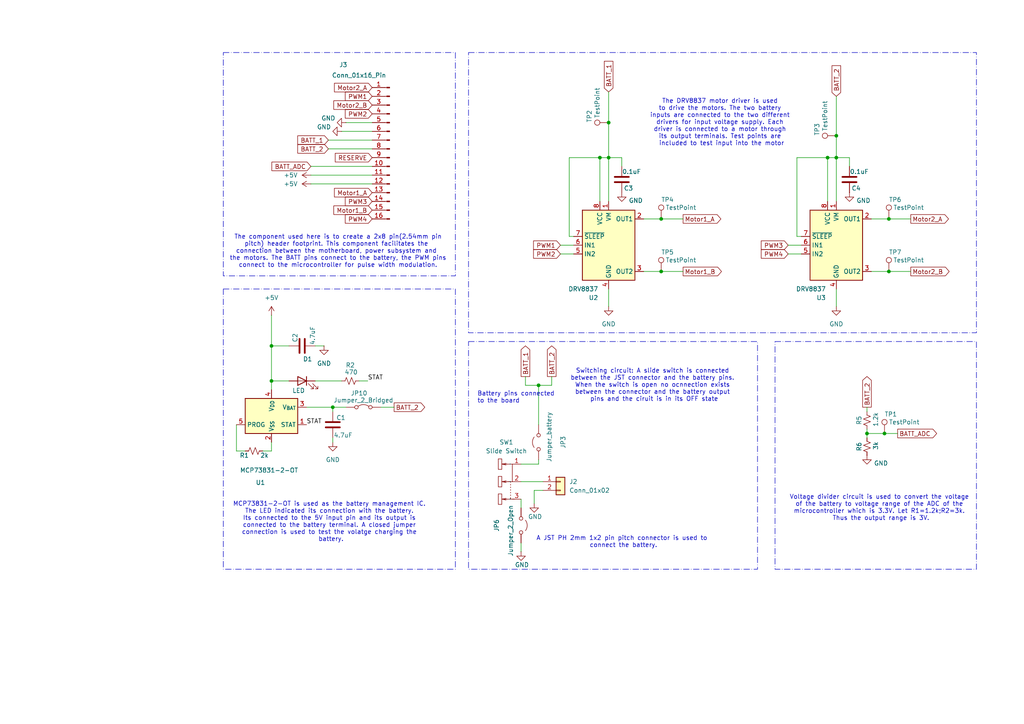
<source format=kicad_sch>
(kicad_sch
	(version 20231120)
	(generator "eeschema")
	(generator_version "8.0")
	(uuid "8cb3537f-8bc9-42a8-99a9-9bc74e173c25")
	(paper "A4")
	(title_block
		(title "Power subsystem Circuit")
		(date "2024-03-17")
		(rev "V1")
		(comment 3 "KSHKAV001")
		(comment 4 "Kavya Kaushik")
	)
	(lib_symbols
		(symbol "Battery_Management:MCP73831-2-OT"
			(exclude_from_sim no)
			(in_bom yes)
			(on_board yes)
			(property "Reference" "U"
				(at -7.62 6.35 0)
				(effects
					(font
						(size 1.27 1.27)
					)
					(justify left)
				)
			)
			(property "Value" "MCP73831-2-OT"
				(at 1.27 6.35 0)
				(effects
					(font
						(size 1.27 1.27)
					)
					(justify left)
				)
			)
			(property "Footprint" "Package_TO_SOT_SMD:SOT-23-5"
				(at 1.27 -6.35 0)
				(effects
					(font
						(size 1.27 1.27)
						(italic yes)
					)
					(justify left)
					(hide yes)
				)
			)
			(property "Datasheet" "http://ww1.microchip.com/downloads/en/DeviceDoc/20001984g.pdf"
				(at 0 -18.288 0)
				(effects
					(font
						(size 1.27 1.27)
					)
					(hide yes)
				)
			)
			(property "Description" "Single cell, Li-Ion/Li-Po charge management controller, 4.20V, Tri-State Status Output, in SOT23-5 package"
				(at 0 0 0)
				(effects
					(font
						(size 1.27 1.27)
					)
					(hide yes)
				)
			)
			(property "ki_keywords" "battery charger lithium"
				(at 0 0 0)
				(effects
					(font
						(size 1.27 1.27)
					)
					(hide yes)
				)
			)
			(property "ki_fp_filters" "SOT?23*"
				(at 0 0 0)
				(effects
					(font
						(size 1.27 1.27)
					)
					(hide yes)
				)
			)
			(symbol "MCP73831-2-OT_0_1"
				(rectangle
					(start -7.62 5.08)
					(end 7.62 -5.08)
					(stroke
						(width 0.254)
						(type default)
					)
					(fill
						(type background)
					)
				)
			)
			(symbol "MCP73831-2-OT_1_1"
				(pin tri_state line
					(at 10.16 -2.54 180)
					(length 2.54)
					(name "STAT"
						(effects
							(font
								(size 1.27 1.27)
							)
						)
					)
					(number "1"
						(effects
							(font
								(size 1.27 1.27)
							)
						)
					)
				)
				(pin power_in line
					(at 0 -7.62 90)
					(length 2.54)
					(name "V_{SS}"
						(effects
							(font
								(size 1.27 1.27)
							)
						)
					)
					(number "2"
						(effects
							(font
								(size 1.27 1.27)
							)
						)
					)
				)
				(pin power_out line
					(at 10.16 2.54 180)
					(length 2.54)
					(name "V_{BAT}"
						(effects
							(font
								(size 1.27 1.27)
							)
						)
					)
					(number "3"
						(effects
							(font
								(size 1.27 1.27)
							)
						)
					)
				)
				(pin power_in line
					(at 0 7.62 270)
					(length 2.54)
					(name "V_{DD}"
						(effects
							(font
								(size 1.27 1.27)
							)
						)
					)
					(number "4"
						(effects
							(font
								(size 1.27 1.27)
							)
						)
					)
				)
				(pin input line
					(at -10.16 -2.54 0)
					(length 2.54)
					(name "PROG"
						(effects
							(font
								(size 1.27 1.27)
							)
						)
					)
					(number "5"
						(effects
							(font
								(size 1.27 1.27)
							)
						)
					)
				)
			)
		)
		(symbol "Connector:Conn_01x16_Pin"
			(pin_names
				(offset 1.016) hide)
			(exclude_from_sim no)
			(in_bom yes)
			(on_board yes)
			(property "Reference" "J"
				(at 0 20.32 0)
				(effects
					(font
						(size 1.27 1.27)
					)
				)
			)
			(property "Value" "Conn_01x16_Pin"
				(at 0 -22.86 0)
				(effects
					(font
						(size 1.27 1.27)
					)
				)
			)
			(property "Footprint" ""
				(at 0 0 0)
				(effects
					(font
						(size 1.27 1.27)
					)
					(hide yes)
				)
			)
			(property "Datasheet" "~"
				(at 0 0 0)
				(effects
					(font
						(size 1.27 1.27)
					)
					(hide yes)
				)
			)
			(property "Description" "Generic connector, single row, 01x16, script generated"
				(at 0 0 0)
				(effects
					(font
						(size 1.27 1.27)
					)
					(hide yes)
				)
			)
			(property "ki_locked" ""
				(at 0 0 0)
				(effects
					(font
						(size 1.27 1.27)
					)
				)
			)
			(property "ki_keywords" "connector"
				(at 0 0 0)
				(effects
					(font
						(size 1.27 1.27)
					)
					(hide yes)
				)
			)
			(property "ki_fp_filters" "Connector*:*_1x??_*"
				(at 0 0 0)
				(effects
					(font
						(size 1.27 1.27)
					)
					(hide yes)
				)
			)
			(symbol "Conn_01x16_Pin_1_1"
				(polyline
					(pts
						(xy 1.27 -20.32) (xy 0.8636 -20.32)
					)
					(stroke
						(width 0.1524)
						(type default)
					)
					(fill
						(type none)
					)
				)
				(polyline
					(pts
						(xy 1.27 -17.78) (xy 0.8636 -17.78)
					)
					(stroke
						(width 0.1524)
						(type default)
					)
					(fill
						(type none)
					)
				)
				(polyline
					(pts
						(xy 1.27 -15.24) (xy 0.8636 -15.24)
					)
					(stroke
						(width 0.1524)
						(type default)
					)
					(fill
						(type none)
					)
				)
				(polyline
					(pts
						(xy 1.27 -12.7) (xy 0.8636 -12.7)
					)
					(stroke
						(width 0.1524)
						(type default)
					)
					(fill
						(type none)
					)
				)
				(polyline
					(pts
						(xy 1.27 -10.16) (xy 0.8636 -10.16)
					)
					(stroke
						(width 0.1524)
						(type default)
					)
					(fill
						(type none)
					)
				)
				(polyline
					(pts
						(xy 1.27 -7.62) (xy 0.8636 -7.62)
					)
					(stroke
						(width 0.1524)
						(type default)
					)
					(fill
						(type none)
					)
				)
				(polyline
					(pts
						(xy 1.27 -5.08) (xy 0.8636 -5.08)
					)
					(stroke
						(width 0.1524)
						(type default)
					)
					(fill
						(type none)
					)
				)
				(polyline
					(pts
						(xy 1.27 -2.54) (xy 0.8636 -2.54)
					)
					(stroke
						(width 0.1524)
						(type default)
					)
					(fill
						(type none)
					)
				)
				(polyline
					(pts
						(xy 1.27 0) (xy 0.8636 0)
					)
					(stroke
						(width 0.1524)
						(type default)
					)
					(fill
						(type none)
					)
				)
				(polyline
					(pts
						(xy 1.27 2.54) (xy 0.8636 2.54)
					)
					(stroke
						(width 0.1524)
						(type default)
					)
					(fill
						(type none)
					)
				)
				(polyline
					(pts
						(xy 1.27 5.08) (xy 0.8636 5.08)
					)
					(stroke
						(width 0.1524)
						(type default)
					)
					(fill
						(type none)
					)
				)
				(polyline
					(pts
						(xy 1.27 7.62) (xy 0.8636 7.62)
					)
					(stroke
						(width 0.1524)
						(type default)
					)
					(fill
						(type none)
					)
				)
				(polyline
					(pts
						(xy 1.27 10.16) (xy 0.8636 10.16)
					)
					(stroke
						(width 0.1524)
						(type default)
					)
					(fill
						(type none)
					)
				)
				(polyline
					(pts
						(xy 1.27 12.7) (xy 0.8636 12.7)
					)
					(stroke
						(width 0.1524)
						(type default)
					)
					(fill
						(type none)
					)
				)
				(polyline
					(pts
						(xy 1.27 15.24) (xy 0.8636 15.24)
					)
					(stroke
						(width 0.1524)
						(type default)
					)
					(fill
						(type none)
					)
				)
				(polyline
					(pts
						(xy 1.27 17.78) (xy 0.8636 17.78)
					)
					(stroke
						(width 0.1524)
						(type default)
					)
					(fill
						(type none)
					)
				)
				(rectangle
					(start 0.8636 -20.193)
					(end 0 -20.447)
					(stroke
						(width 0.1524)
						(type default)
					)
					(fill
						(type outline)
					)
				)
				(rectangle
					(start 0.8636 -17.653)
					(end 0 -17.907)
					(stroke
						(width 0.1524)
						(type default)
					)
					(fill
						(type outline)
					)
				)
				(rectangle
					(start 0.8636 -15.113)
					(end 0 -15.367)
					(stroke
						(width 0.1524)
						(type default)
					)
					(fill
						(type outline)
					)
				)
				(rectangle
					(start 0.8636 -12.573)
					(end 0 -12.827)
					(stroke
						(width 0.1524)
						(type default)
					)
					(fill
						(type outline)
					)
				)
				(rectangle
					(start 0.8636 -10.033)
					(end 0 -10.287)
					(stroke
						(width 0.1524)
						(type default)
					)
					(fill
						(type outline)
					)
				)
				(rectangle
					(start 0.8636 -7.493)
					(end 0 -7.747)
					(stroke
						(width 0.1524)
						(type default)
					)
					(fill
						(type outline)
					)
				)
				(rectangle
					(start 0.8636 -4.953)
					(end 0 -5.207)
					(stroke
						(width 0.1524)
						(type default)
					)
					(fill
						(type outline)
					)
				)
				(rectangle
					(start 0.8636 -2.413)
					(end 0 -2.667)
					(stroke
						(width 0.1524)
						(type default)
					)
					(fill
						(type outline)
					)
				)
				(rectangle
					(start 0.8636 0.127)
					(end 0 -0.127)
					(stroke
						(width 0.1524)
						(type default)
					)
					(fill
						(type outline)
					)
				)
				(rectangle
					(start 0.8636 2.667)
					(end 0 2.413)
					(stroke
						(width 0.1524)
						(type default)
					)
					(fill
						(type outline)
					)
				)
				(rectangle
					(start 0.8636 5.207)
					(end 0 4.953)
					(stroke
						(width 0.1524)
						(type default)
					)
					(fill
						(type outline)
					)
				)
				(rectangle
					(start 0.8636 7.747)
					(end 0 7.493)
					(stroke
						(width 0.1524)
						(type default)
					)
					(fill
						(type outline)
					)
				)
				(rectangle
					(start 0.8636 10.287)
					(end 0 10.033)
					(stroke
						(width 0.1524)
						(type default)
					)
					(fill
						(type outline)
					)
				)
				(rectangle
					(start 0.8636 12.827)
					(end 0 12.573)
					(stroke
						(width 0.1524)
						(type default)
					)
					(fill
						(type outline)
					)
				)
				(rectangle
					(start 0.8636 15.367)
					(end 0 15.113)
					(stroke
						(width 0.1524)
						(type default)
					)
					(fill
						(type outline)
					)
				)
				(rectangle
					(start 0.8636 17.907)
					(end 0 17.653)
					(stroke
						(width 0.1524)
						(type default)
					)
					(fill
						(type outline)
					)
				)
				(pin passive line
					(at 5.08 17.78 180)
					(length 3.81)
					(name "Pin_1"
						(effects
							(font
								(size 1.27 1.27)
							)
						)
					)
					(number "1"
						(effects
							(font
								(size 1.27 1.27)
							)
						)
					)
				)
				(pin passive line
					(at 5.08 -5.08 180)
					(length 3.81)
					(name "Pin_10"
						(effects
							(font
								(size 1.27 1.27)
							)
						)
					)
					(number "10"
						(effects
							(font
								(size 1.27 1.27)
							)
						)
					)
				)
				(pin passive line
					(at 5.08 -7.62 180)
					(length 3.81)
					(name "Pin_11"
						(effects
							(font
								(size 1.27 1.27)
							)
						)
					)
					(number "11"
						(effects
							(font
								(size 1.27 1.27)
							)
						)
					)
				)
				(pin passive line
					(at 5.08 -10.16 180)
					(length 3.81)
					(name "Pin_12"
						(effects
							(font
								(size 1.27 1.27)
							)
						)
					)
					(number "12"
						(effects
							(font
								(size 1.27 1.27)
							)
						)
					)
				)
				(pin passive line
					(at 5.08 -12.7 180)
					(length 3.81)
					(name "Pin_13"
						(effects
							(font
								(size 1.27 1.27)
							)
						)
					)
					(number "13"
						(effects
							(font
								(size 1.27 1.27)
							)
						)
					)
				)
				(pin passive line
					(at 5.08 -15.24 180)
					(length 3.81)
					(name "Pin_14"
						(effects
							(font
								(size 1.27 1.27)
							)
						)
					)
					(number "14"
						(effects
							(font
								(size 1.27 1.27)
							)
						)
					)
				)
				(pin passive line
					(at 5.08 -17.78 180)
					(length 3.81)
					(name "Pin_15"
						(effects
							(font
								(size 1.27 1.27)
							)
						)
					)
					(number "15"
						(effects
							(font
								(size 1.27 1.27)
							)
						)
					)
				)
				(pin passive line
					(at 5.08 -20.32 180)
					(length 3.81)
					(name "Pin_16"
						(effects
							(font
								(size 1.27 1.27)
							)
						)
					)
					(number "16"
						(effects
							(font
								(size 1.27 1.27)
							)
						)
					)
				)
				(pin passive line
					(at 5.08 15.24 180)
					(length 3.81)
					(name "Pin_2"
						(effects
							(font
								(size 1.27 1.27)
							)
						)
					)
					(number "2"
						(effects
							(font
								(size 1.27 1.27)
							)
						)
					)
				)
				(pin passive line
					(at 5.08 12.7 180)
					(length 3.81)
					(name "Pin_3"
						(effects
							(font
								(size 1.27 1.27)
							)
						)
					)
					(number "3"
						(effects
							(font
								(size 1.27 1.27)
							)
						)
					)
				)
				(pin passive line
					(at 5.08 10.16 180)
					(length 3.81)
					(name "Pin_4"
						(effects
							(font
								(size 1.27 1.27)
							)
						)
					)
					(number "4"
						(effects
							(font
								(size 1.27 1.27)
							)
						)
					)
				)
				(pin passive line
					(at 5.08 7.62 180)
					(length 3.81)
					(name "Pin_5"
						(effects
							(font
								(size 1.27 1.27)
							)
						)
					)
					(number "5"
						(effects
							(font
								(size 1.27 1.27)
							)
						)
					)
				)
				(pin passive line
					(at 5.08 5.08 180)
					(length 3.81)
					(name "Pin_6"
						(effects
							(font
								(size 1.27 1.27)
							)
						)
					)
					(number "6"
						(effects
							(font
								(size 1.27 1.27)
							)
						)
					)
				)
				(pin passive line
					(at 5.08 2.54 180)
					(length 3.81)
					(name "Pin_7"
						(effects
							(font
								(size 1.27 1.27)
							)
						)
					)
					(number "7"
						(effects
							(font
								(size 1.27 1.27)
							)
						)
					)
				)
				(pin passive line
					(at 5.08 0 180)
					(length 3.81)
					(name "Pin_8"
						(effects
							(font
								(size 1.27 1.27)
							)
						)
					)
					(number "8"
						(effects
							(font
								(size 1.27 1.27)
							)
						)
					)
				)
				(pin passive line
					(at 5.08 -2.54 180)
					(length 3.81)
					(name "Pin_9"
						(effects
							(font
								(size 1.27 1.27)
							)
						)
					)
					(number "9"
						(effects
							(font
								(size 1.27 1.27)
							)
						)
					)
				)
			)
		)
		(symbol "Connector:TestPoint"
			(pin_numbers hide)
			(pin_names
				(offset 0.762) hide)
			(exclude_from_sim no)
			(in_bom yes)
			(on_board yes)
			(property "Reference" "TP"
				(at 0 6.858 0)
				(effects
					(font
						(size 1.27 1.27)
					)
				)
			)
			(property "Value" "TestPoint"
				(at 0 5.08 0)
				(effects
					(font
						(size 1.27 1.27)
					)
				)
			)
			(property "Footprint" ""
				(at 5.08 0 0)
				(effects
					(font
						(size 1.27 1.27)
					)
					(hide yes)
				)
			)
			(property "Datasheet" "~"
				(at 5.08 0 0)
				(effects
					(font
						(size 1.27 1.27)
					)
					(hide yes)
				)
			)
			(property "Description" "test point"
				(at 0 0 0)
				(effects
					(font
						(size 1.27 1.27)
					)
					(hide yes)
				)
			)
			(property "ki_keywords" "test point tp"
				(at 0 0 0)
				(effects
					(font
						(size 1.27 1.27)
					)
					(hide yes)
				)
			)
			(property "ki_fp_filters" "Pin* Test*"
				(at 0 0 0)
				(effects
					(font
						(size 1.27 1.27)
					)
					(hide yes)
				)
			)
			(symbol "TestPoint_0_1"
				(circle
					(center 0 3.302)
					(radius 0.762)
					(stroke
						(width 0)
						(type default)
					)
					(fill
						(type none)
					)
				)
			)
			(symbol "TestPoint_1_1"
				(pin passive line
					(at 0 0 90)
					(length 2.54)
					(name "1"
						(effects
							(font
								(size 1.27 1.27)
							)
						)
					)
					(number "1"
						(effects
							(font
								(size 1.27 1.27)
							)
						)
					)
				)
			)
		)
		(symbol "Connector_Generic:Conn_01x02"
			(pin_names
				(offset 1.016) hide)
			(exclude_from_sim no)
			(in_bom yes)
			(on_board yes)
			(property "Reference" "J"
				(at 0 2.54 0)
				(effects
					(font
						(size 1.27 1.27)
					)
				)
			)
			(property "Value" "Conn_01x02"
				(at 0 -5.08 0)
				(effects
					(font
						(size 1.27 1.27)
					)
				)
			)
			(property "Footprint" ""
				(at 0 0 0)
				(effects
					(font
						(size 1.27 1.27)
					)
					(hide yes)
				)
			)
			(property "Datasheet" "~"
				(at 0 0 0)
				(effects
					(font
						(size 1.27 1.27)
					)
					(hide yes)
				)
			)
			(property "Description" "Generic connector, single row, 01x02, script generated (kicad-library-utils/schlib/autogen/connector/)"
				(at 0 0 0)
				(effects
					(font
						(size 1.27 1.27)
					)
					(hide yes)
				)
			)
			(property "ki_keywords" "connector"
				(at 0 0 0)
				(effects
					(font
						(size 1.27 1.27)
					)
					(hide yes)
				)
			)
			(property "ki_fp_filters" "Connector*:*_1x??_*"
				(at 0 0 0)
				(effects
					(font
						(size 1.27 1.27)
					)
					(hide yes)
				)
			)
			(symbol "Conn_01x02_1_1"
				(rectangle
					(start -1.27 -2.413)
					(end 0 -2.667)
					(stroke
						(width 0.1524)
						(type default)
					)
					(fill
						(type none)
					)
				)
				(rectangle
					(start -1.27 0.127)
					(end 0 -0.127)
					(stroke
						(width 0.1524)
						(type default)
					)
					(fill
						(type none)
					)
				)
				(rectangle
					(start -1.27 1.27)
					(end 1.27 -3.81)
					(stroke
						(width 0.254)
						(type default)
					)
					(fill
						(type background)
					)
				)
				(pin passive line
					(at -5.08 0 0)
					(length 3.81)
					(name "Pin_1"
						(effects
							(font
								(size 1.27 1.27)
							)
						)
					)
					(number "1"
						(effects
							(font
								(size 1.27 1.27)
							)
						)
					)
				)
				(pin passive line
					(at -5.08 -2.54 0)
					(length 3.81)
					(name "Pin_2"
						(effects
							(font
								(size 1.27 1.27)
							)
						)
					)
					(number "2"
						(effects
							(font
								(size 1.27 1.27)
							)
						)
					)
				)
			)
		)
		(symbol "Device:C"
			(pin_numbers hide)
			(pin_names
				(offset 0.254)
			)
			(exclude_from_sim no)
			(in_bom yes)
			(on_board yes)
			(property "Reference" "C"
				(at 0.635 2.54 0)
				(effects
					(font
						(size 1.27 1.27)
					)
					(justify left)
				)
			)
			(property "Value" "C"
				(at 0.635 -2.54 0)
				(effects
					(font
						(size 1.27 1.27)
					)
					(justify left)
				)
			)
			(property "Footprint" ""
				(at 0.9652 -3.81 0)
				(effects
					(font
						(size 1.27 1.27)
					)
					(hide yes)
				)
			)
			(property "Datasheet" "~"
				(at 0 0 0)
				(effects
					(font
						(size 1.27 1.27)
					)
					(hide yes)
				)
			)
			(property "Description" "Unpolarized capacitor"
				(at 0 0 0)
				(effects
					(font
						(size 1.27 1.27)
					)
					(hide yes)
				)
			)
			(property "ki_keywords" "cap capacitor"
				(at 0 0 0)
				(effects
					(font
						(size 1.27 1.27)
					)
					(hide yes)
				)
			)
			(property "ki_fp_filters" "C_*"
				(at 0 0 0)
				(effects
					(font
						(size 1.27 1.27)
					)
					(hide yes)
				)
			)
			(symbol "C_0_1"
				(polyline
					(pts
						(xy -2.032 -0.762) (xy 2.032 -0.762)
					)
					(stroke
						(width 0.508)
						(type default)
					)
					(fill
						(type none)
					)
				)
				(polyline
					(pts
						(xy -2.032 0.762) (xy 2.032 0.762)
					)
					(stroke
						(width 0.508)
						(type default)
					)
					(fill
						(type none)
					)
				)
			)
			(symbol "C_1_1"
				(pin passive line
					(at 0 3.81 270)
					(length 2.794)
					(name "~"
						(effects
							(font
								(size 1.27 1.27)
							)
						)
					)
					(number "1"
						(effects
							(font
								(size 1.27 1.27)
							)
						)
					)
				)
				(pin passive line
					(at 0 -3.81 90)
					(length 2.794)
					(name "~"
						(effects
							(font
								(size 1.27 1.27)
							)
						)
					)
					(number "2"
						(effects
							(font
								(size 1.27 1.27)
							)
						)
					)
				)
			)
		)
		(symbol "Device:LED"
			(pin_numbers hide)
			(pin_names
				(offset 1.016) hide)
			(exclude_from_sim no)
			(in_bom yes)
			(on_board yes)
			(property "Reference" "D"
				(at 0 2.54 0)
				(effects
					(font
						(size 1.27 1.27)
					)
				)
			)
			(property "Value" "LED"
				(at 0 -2.54 0)
				(effects
					(font
						(size 1.27 1.27)
					)
				)
			)
			(property "Footprint" ""
				(at 0 0 0)
				(effects
					(font
						(size 1.27 1.27)
					)
					(hide yes)
				)
			)
			(property "Datasheet" "~"
				(at 0 0 0)
				(effects
					(font
						(size 1.27 1.27)
					)
					(hide yes)
				)
			)
			(property "Description" "Light emitting diode"
				(at 0 0 0)
				(effects
					(font
						(size 1.27 1.27)
					)
					(hide yes)
				)
			)
			(property "ki_keywords" "LED diode"
				(at 0 0 0)
				(effects
					(font
						(size 1.27 1.27)
					)
					(hide yes)
				)
			)
			(property "ki_fp_filters" "LED* LED_SMD:* LED_THT:*"
				(at 0 0 0)
				(effects
					(font
						(size 1.27 1.27)
					)
					(hide yes)
				)
			)
			(symbol "LED_0_1"
				(polyline
					(pts
						(xy -1.27 -1.27) (xy -1.27 1.27)
					)
					(stroke
						(width 0.254)
						(type default)
					)
					(fill
						(type none)
					)
				)
				(polyline
					(pts
						(xy -1.27 0) (xy 1.27 0)
					)
					(stroke
						(width 0)
						(type default)
					)
					(fill
						(type none)
					)
				)
				(polyline
					(pts
						(xy 1.27 -1.27) (xy 1.27 1.27) (xy -1.27 0) (xy 1.27 -1.27)
					)
					(stroke
						(width 0.254)
						(type default)
					)
					(fill
						(type none)
					)
				)
				(polyline
					(pts
						(xy -3.048 -0.762) (xy -4.572 -2.286) (xy -3.81 -2.286) (xy -4.572 -2.286) (xy -4.572 -1.524)
					)
					(stroke
						(width 0)
						(type default)
					)
					(fill
						(type none)
					)
				)
				(polyline
					(pts
						(xy -1.778 -0.762) (xy -3.302 -2.286) (xy -2.54 -2.286) (xy -3.302 -2.286) (xy -3.302 -1.524)
					)
					(stroke
						(width 0)
						(type default)
					)
					(fill
						(type none)
					)
				)
			)
			(symbol "LED_1_1"
				(pin passive line
					(at -3.81 0 0)
					(length 2.54)
					(name "K"
						(effects
							(font
								(size 1.27 1.27)
							)
						)
					)
					(number "1"
						(effects
							(font
								(size 1.27 1.27)
							)
						)
					)
				)
				(pin passive line
					(at 3.81 0 180)
					(length 2.54)
					(name "A"
						(effects
							(font
								(size 1.27 1.27)
							)
						)
					)
					(number "2"
						(effects
							(font
								(size 1.27 1.27)
							)
						)
					)
				)
			)
		)
		(symbol "Device:R_Small_US"
			(pin_numbers hide)
			(pin_names
				(offset 0.254) hide)
			(exclude_from_sim no)
			(in_bom yes)
			(on_board yes)
			(property "Reference" "R"
				(at 0.762 0.508 0)
				(effects
					(font
						(size 1.27 1.27)
					)
					(justify left)
				)
			)
			(property "Value" "R_Small_US"
				(at 0.762 -1.016 0)
				(effects
					(font
						(size 1.27 1.27)
					)
					(justify left)
				)
			)
			(property "Footprint" ""
				(at 0 0 0)
				(effects
					(font
						(size 1.27 1.27)
					)
					(hide yes)
				)
			)
			(property "Datasheet" "~"
				(at 0 0 0)
				(effects
					(font
						(size 1.27 1.27)
					)
					(hide yes)
				)
			)
			(property "Description" "Resistor, small US symbol"
				(at 0 0 0)
				(effects
					(font
						(size 1.27 1.27)
					)
					(hide yes)
				)
			)
			(property "ki_keywords" "r resistor"
				(at 0 0 0)
				(effects
					(font
						(size 1.27 1.27)
					)
					(hide yes)
				)
			)
			(property "ki_fp_filters" "R_*"
				(at 0 0 0)
				(effects
					(font
						(size 1.27 1.27)
					)
					(hide yes)
				)
			)
			(symbol "R_Small_US_1_1"
				(polyline
					(pts
						(xy 0 0) (xy 1.016 -0.381) (xy 0 -0.762) (xy -1.016 -1.143) (xy 0 -1.524)
					)
					(stroke
						(width 0)
						(type default)
					)
					(fill
						(type none)
					)
				)
				(polyline
					(pts
						(xy 0 1.524) (xy 1.016 1.143) (xy 0 0.762) (xy -1.016 0.381) (xy 0 0)
					)
					(stroke
						(width 0)
						(type default)
					)
					(fill
						(type none)
					)
				)
				(pin passive line
					(at 0 2.54 270)
					(length 1.016)
					(name "~"
						(effects
							(font
								(size 1.27 1.27)
							)
						)
					)
					(number "1"
						(effects
							(font
								(size 1.27 1.27)
							)
						)
					)
				)
				(pin passive line
					(at 0 -2.54 90)
					(length 1.016)
					(name "~"
						(effects
							(font
								(size 1.27 1.27)
							)
						)
					)
					(number "2"
						(effects
							(font
								(size 1.27 1.27)
							)
						)
					)
				)
			)
		)
		(symbol "Driver_Motor:DRV8837"
			(exclude_from_sim no)
			(in_bom yes)
			(on_board yes)
			(property "Reference" "U"
				(at 6.35 11.43 0)
				(effects
					(font
						(size 1.27 1.27)
					)
				)
			)
			(property "Value" "DRV8837"
				(at -10.16 11.43 0)
				(effects
					(font
						(size 1.27 1.27)
					)
				)
			)
			(property "Footprint" "Package_SON:WSON-8-1EP_2x2mm_P0.5mm_EP0.9x1.6mm"
				(at 0 -21.59 0)
				(effects
					(font
						(size 1.27 1.27)
					)
					(hide yes)
				)
			)
			(property "Datasheet" "http://www.ti.com/lit/ds/symlink/drv8837.pdf"
				(at 0 0 0)
				(effects
					(font
						(size 1.27 1.27)
					)
					(hide yes)
				)
			)
			(property "Description" "H-Bridge driver, 1.8A, Low Voltage, PWM input, WSON-8"
				(at 0 0 0)
				(effects
					(font
						(size 1.27 1.27)
					)
					(hide yes)
				)
			)
			(property "ki_keywords" "half bridge driver"
				(at 0 0 0)
				(effects
					(font
						(size 1.27 1.27)
					)
					(hide yes)
				)
			)
			(property "ki_fp_filters" "WSON*1EP*2x2mm*P0.5mm*"
				(at 0 0 0)
				(effects
					(font
						(size 1.27 1.27)
					)
					(hide yes)
				)
			)
			(symbol "DRV8837_0_1"
				(rectangle
					(start -7.62 10.16)
					(end 7.62 -10.16)
					(stroke
						(width 0.254)
						(type default)
					)
					(fill
						(type background)
					)
				)
			)
			(symbol "DRV8837_1_1"
				(pin power_in line
					(at 0 12.7 270)
					(length 2.54)
					(name "VM"
						(effects
							(font
								(size 1.27 1.27)
							)
						)
					)
					(number "1"
						(effects
							(font
								(size 1.27 1.27)
							)
						)
					)
				)
				(pin output line
					(at 10.16 7.62 180)
					(length 2.54)
					(name "OUT1"
						(effects
							(font
								(size 1.27 1.27)
							)
						)
					)
					(number "2"
						(effects
							(font
								(size 1.27 1.27)
							)
						)
					)
				)
				(pin output line
					(at 10.16 -7.62 180)
					(length 2.54)
					(name "OUT2"
						(effects
							(font
								(size 1.27 1.27)
							)
						)
					)
					(number "3"
						(effects
							(font
								(size 1.27 1.27)
							)
						)
					)
				)
				(pin power_in line
					(at 0 -12.7 90)
					(length 2.54)
					(name "GND"
						(effects
							(font
								(size 1.27 1.27)
							)
						)
					)
					(number "4"
						(effects
							(font
								(size 1.27 1.27)
							)
						)
					)
				)
				(pin input line
					(at -10.16 -2.54 0)
					(length 2.54)
					(name "IN2"
						(effects
							(font
								(size 1.27 1.27)
							)
						)
					)
					(number "5"
						(effects
							(font
								(size 1.27 1.27)
							)
						)
					)
				)
				(pin input line
					(at -10.16 0 0)
					(length 2.54)
					(name "IN1"
						(effects
							(font
								(size 1.27 1.27)
							)
						)
					)
					(number "6"
						(effects
							(font
								(size 1.27 1.27)
							)
						)
					)
				)
				(pin input line
					(at -10.16 2.54 0)
					(length 2.54)
					(name "~{SLEEP}"
						(effects
							(font
								(size 1.27 1.27)
							)
						)
					)
					(number "7"
						(effects
							(font
								(size 1.27 1.27)
							)
						)
					)
				)
				(pin power_in line
					(at -2.54 12.7 270)
					(length 2.54)
					(name "VCC"
						(effects
							(font
								(size 1.27 1.27)
							)
						)
					)
					(number "8"
						(effects
							(font
								(size 1.27 1.27)
							)
						)
					)
				)
				(pin passive line
					(at 0 -12.7 90)
					(length 2.54) hide
					(name "GND"
						(effects
							(font
								(size 1.27 1.27)
							)
						)
					)
					(number "9"
						(effects
							(font
								(size 1.27 1.27)
							)
						)
					)
				)
			)
		)
		(symbol "Jumper:Jumper_2_Bridged"
			(pin_numbers hide)
			(pin_names
				(offset 0) hide)
			(exclude_from_sim yes)
			(in_bom yes)
			(on_board yes)
			(property "Reference" "JP"
				(at 0 1.905 0)
				(effects
					(font
						(size 1.27 1.27)
					)
				)
			)
			(property "Value" "Jumper_2_Bridged"
				(at 0 -2.54 0)
				(effects
					(font
						(size 1.27 1.27)
					)
				)
			)
			(property "Footprint" ""
				(at 0 0 0)
				(effects
					(font
						(size 1.27 1.27)
					)
					(hide yes)
				)
			)
			(property "Datasheet" "~"
				(at 0 0 0)
				(effects
					(font
						(size 1.27 1.27)
					)
					(hide yes)
				)
			)
			(property "Description" "Jumper, 2-pole, closed/bridged"
				(at 0 0 0)
				(effects
					(font
						(size 1.27 1.27)
					)
					(hide yes)
				)
			)
			(property "ki_keywords" "Jumper SPST"
				(at 0 0 0)
				(effects
					(font
						(size 1.27 1.27)
					)
					(hide yes)
				)
			)
			(property "ki_fp_filters" "Jumper* TestPoint*2Pads* TestPoint*Bridge*"
				(at 0 0 0)
				(effects
					(font
						(size 1.27 1.27)
					)
					(hide yes)
				)
			)
			(symbol "Jumper_2_Bridged_0_0"
				(circle
					(center -2.032 0)
					(radius 0.508)
					(stroke
						(width 0)
						(type default)
					)
					(fill
						(type none)
					)
				)
				(circle
					(center 2.032 0)
					(radius 0.508)
					(stroke
						(width 0)
						(type default)
					)
					(fill
						(type none)
					)
				)
			)
			(symbol "Jumper_2_Bridged_0_1"
				(arc
					(start 1.524 0.254)
					(mid 0 0.762)
					(end -1.524 0.254)
					(stroke
						(width 0)
						(type default)
					)
					(fill
						(type none)
					)
				)
			)
			(symbol "Jumper_2_Bridged_1_1"
				(pin passive line
					(at -5.08 0 0)
					(length 2.54)
					(name "A"
						(effects
							(font
								(size 1.27 1.27)
							)
						)
					)
					(number "1"
						(effects
							(font
								(size 1.27 1.27)
							)
						)
					)
				)
				(pin passive line
					(at 5.08 0 180)
					(length 2.54)
					(name "B"
						(effects
							(font
								(size 1.27 1.27)
							)
						)
					)
					(number "2"
						(effects
							(font
								(size 1.27 1.27)
							)
						)
					)
				)
			)
		)
		(symbol "Jumper:Jumper_2_Open"
			(pin_numbers hide)
			(pin_names
				(offset 0) hide)
			(exclude_from_sim yes)
			(in_bom yes)
			(on_board yes)
			(property "Reference" "JP"
				(at 0 2.794 0)
				(effects
					(font
						(size 1.27 1.27)
					)
				)
			)
			(property "Value" "Jumper_2_Open"
				(at 0 -2.286 0)
				(effects
					(font
						(size 1.27 1.27)
					)
				)
			)
			(property "Footprint" ""
				(at 0 0 0)
				(effects
					(font
						(size 1.27 1.27)
					)
					(hide yes)
				)
			)
			(property "Datasheet" "~"
				(at 0 0 0)
				(effects
					(font
						(size 1.27 1.27)
					)
					(hide yes)
				)
			)
			(property "Description" "Jumper, 2-pole, open"
				(at 0 0 0)
				(effects
					(font
						(size 1.27 1.27)
					)
					(hide yes)
				)
			)
			(property "ki_keywords" "Jumper SPST"
				(at 0 0 0)
				(effects
					(font
						(size 1.27 1.27)
					)
					(hide yes)
				)
			)
			(property "ki_fp_filters" "Jumper* TestPoint*2Pads* TestPoint*Bridge*"
				(at 0 0 0)
				(effects
					(font
						(size 1.27 1.27)
					)
					(hide yes)
				)
			)
			(symbol "Jumper_2_Open_0_0"
				(circle
					(center -2.032 0)
					(radius 0.508)
					(stroke
						(width 0)
						(type default)
					)
					(fill
						(type none)
					)
				)
				(circle
					(center 2.032 0)
					(radius 0.508)
					(stroke
						(width 0)
						(type default)
					)
					(fill
						(type none)
					)
				)
			)
			(symbol "Jumper_2_Open_0_1"
				(arc
					(start 1.524 1.27)
					(mid 0 1.778)
					(end -1.524 1.27)
					(stroke
						(width 0)
						(type default)
					)
					(fill
						(type none)
					)
				)
			)
			(symbol "Jumper_2_Open_1_1"
				(pin passive line
					(at -5.08 0 0)
					(length 2.54)
					(name "A"
						(effects
							(font
								(size 1.27 1.27)
							)
						)
					)
					(number "1"
						(effects
							(font
								(size 1.27 1.27)
							)
						)
					)
				)
				(pin passive line
					(at 5.08 0 180)
					(length 2.54)
					(name "B"
						(effects
							(font
								(size 1.27 1.27)
							)
						)
					)
					(number "2"
						(effects
							(font
								(size 1.27 1.27)
							)
						)
					)
				)
			)
		)
		(symbol "Switch:SS-12D10L5"
			(exclude_from_sim no)
			(in_bom yes)
			(on_board yes)
			(property "Reference" "SW?"
				(at 0 0 0)
				(effects
					(font
						(size 1.27 1.27)
					)
				)
			)
			(property "Value" ""
				(at 0 0 0)
				(effects
					(font
						(size 1.27 1.27)
					)
				)
			)
			(property "Footprint" "ProLibrary_pcs_2024-03-24 (1):SW-TH_SS-12D10L5"
				(at 0 0 0)
				(effects
					(font
						(size 1.27 1.27)
					)
					(hide yes)
				)
			)
			(property "Datasheet" ""
				(at 0 0 0)
				(effects
					(font
						(size 1.27 1.27)
					)
					(hide yes)
				)
			)
			(property "Description" ""
				(at 0 0 0)
				(effects
					(font
						(size 1.27 1.27)
					)
					(hide yes)
				)
			)
			(symbol "SS-12D10L5_1_0"
				(rectangle
					(start -6.604 -4.064)
					(end -3.556 -3.048)
					(stroke
						(width 0)
						(type default)
					)
					(fill
						(type none)
					)
				)
				(rectangle
					(start -1.524 -4.064)
					(end 1.524 -3.048)
					(stroke
						(width 0)
						(type default)
					)
					(fill
						(type none)
					)
				)
				(polyline
					(pts
						(xy -5.08 -3.048) (xy -5.334 -1.778)
					)
					(stroke
						(width 0)
						(type default)
					)
					(fill
						(type none)
					)
				)
				(polyline
					(pts
						(xy -5.08 -3.048) (xy -4.826 -1.778)
					)
					(stroke
						(width 0)
						(type default)
					)
					(fill
						(type none)
					)
				)
				(polyline
					(pts
						(xy 0 -3.048) (xy -0.254 -1.778)
					)
					(stroke
						(width 0)
						(type default)
					)
					(fill
						(type none)
					)
				)
				(polyline
					(pts
						(xy 0 -3.048) (xy 0.254 -1.778)
					)
					(stroke
						(width 0)
						(type default)
					)
					(fill
						(type none)
					)
				)
				(polyline
					(pts
						(xy 0 0) (xy 0 -1.27)
					)
					(stroke
						(width 0)
						(type default)
					)
					(fill
						(type none)
					)
				)
				(polyline
					(pts
						(xy 0.762 -0.508) (xy 1.016 -0.508)
					)
					(stroke
						(width 0)
						(type default)
					)
					(fill
						(type none)
					)
				)
				(polyline
					(pts
						(xy 1.524 -0.508) (xy 1.778 -0.508)
					)
					(stroke
						(width 0)
						(type default)
					)
					(fill
						(type none)
					)
				)
				(polyline
					(pts
						(xy 2.286 -0.508) (xy 2.54 -0.508)
					)
					(stroke
						(width 0)
						(type default)
					)
					(fill
						(type none)
					)
				)
				(polyline
					(pts
						(xy 3.048 -0.508) (xy 3.302 -0.508)
					)
					(stroke
						(width 0)
						(type default)
					)
					(fill
						(type none)
					)
				)
				(polyline
					(pts
						(xy 3.81 -0.508) (xy 4.064 -0.508)
					)
					(stroke
						(width 0)
						(type default)
					)
					(fill
						(type none)
					)
				)
				(polyline
					(pts
						(xy 4.572 -0.508) (xy 4.826 -0.508)
					)
					(stroke
						(width 0)
						(type default)
					)
					(fill
						(type none)
					)
				)
				(polyline
					(pts
						(xy 5.08 -3.048) (xy 4.826 -1.778)
					)
					(stroke
						(width 0)
						(type default)
					)
					(fill
						(type none)
					)
				)
				(polyline
					(pts
						(xy 5.08 -3.048) (xy 5.334 -1.778)
					)
					(stroke
						(width 0)
						(type default)
					)
					(fill
						(type none)
					)
				)
				(polyline
					(pts
						(xy 5.08 0.635) (xy 5.08 -0.635)
					)
					(stroke
						(width 0)
						(type default)
					)
					(fill
						(type none)
					)
				)
				(polyline
					(pts
						(xy 0 -2.54) (xy 0 -0.508) (xy 0 -0.508) (xy 0.254 -0.508)
					)
					(stroke
						(width 0)
						(type default)
					)
					(fill
						(type none)
					)
				)
				(polyline
					(pts
						(xy 4.826 -0.508) (xy 5.08 -0.508) (xy 5.08 -0.508) (xy 5.08 -2.54)
					)
					(stroke
						(width 0)
						(type default)
					)
					(fill
						(type none)
					)
				)
				(polyline
					(pts
						(xy -5.08 -3.048) (xy -5.08 0) (xy -5.08 0) (xy -2.54 0) (xy -2.54 0) (xy 0 0)
					)
					(stroke
						(width 0)
						(type default)
					)
					(fill
						(type none)
					)
				)
				(rectangle
					(start 3.556 -4.064)
					(end 6.604 -3.048)
					(stroke
						(width 0)
						(type default)
					)
					(fill
						(type none)
					)
				)
				(pin input line
					(at -5.08 2.54 270)
					(length 2.54)
					(name "1"
						(effects
							(font
								(size 0.0254 0.0254)
							)
						)
					)
					(number "1"
						(effects
							(font
								(size 1.27 1.27)
							)
						)
					)
				)
				(pin input line
					(at 0 2.54 270)
					(length 2.54)
					(name "2"
						(effects
							(font
								(size 0.0254 0.0254)
							)
						)
					)
					(number "2"
						(effects
							(font
								(size 1.27 1.27)
							)
						)
					)
				)
				(pin input line
					(at 5.08 2.54 270)
					(length 2.54)
					(name "3"
						(effects
							(font
								(size 0.0254 0.0254)
							)
						)
					)
					(number "3"
						(effects
							(font
								(size 1.27 1.27)
							)
						)
					)
				)
			)
		)
		(symbol "power:+5V"
			(power)
			(pin_numbers hide)
			(pin_names
				(offset 0) hide)
			(exclude_from_sim no)
			(in_bom yes)
			(on_board yes)
			(property "Reference" "#PWR"
				(at 0 -3.81 0)
				(effects
					(font
						(size 1.27 1.27)
					)
					(hide yes)
				)
			)
			(property "Value" "+5V"
				(at 0 3.556 0)
				(effects
					(font
						(size 1.27 1.27)
					)
				)
			)
			(property "Footprint" ""
				(at 0 0 0)
				(effects
					(font
						(size 1.27 1.27)
					)
					(hide yes)
				)
			)
			(property "Datasheet" ""
				(at 0 0 0)
				(effects
					(font
						(size 1.27 1.27)
					)
					(hide yes)
				)
			)
			(property "Description" "Power symbol creates a global label with name \"+5V\""
				(at 0 0 0)
				(effects
					(font
						(size 1.27 1.27)
					)
					(hide yes)
				)
			)
			(property "ki_keywords" "global power"
				(at 0 0 0)
				(effects
					(font
						(size 1.27 1.27)
					)
					(hide yes)
				)
			)
			(symbol "+5V_0_1"
				(polyline
					(pts
						(xy -0.762 1.27) (xy 0 2.54)
					)
					(stroke
						(width 0)
						(type default)
					)
					(fill
						(type none)
					)
				)
				(polyline
					(pts
						(xy 0 0) (xy 0 2.54)
					)
					(stroke
						(width 0)
						(type default)
					)
					(fill
						(type none)
					)
				)
				(polyline
					(pts
						(xy 0 2.54) (xy 0.762 1.27)
					)
					(stroke
						(width 0)
						(type default)
					)
					(fill
						(type none)
					)
				)
			)
			(symbol "+5V_1_1"
				(pin power_in line
					(at 0 0 90)
					(length 0)
					(name "~"
						(effects
							(font
								(size 1.27 1.27)
							)
						)
					)
					(number "1"
						(effects
							(font
								(size 1.27 1.27)
							)
						)
					)
				)
			)
		)
		(symbol "power:GND"
			(power)
			(pin_numbers hide)
			(pin_names
				(offset 0) hide)
			(exclude_from_sim no)
			(in_bom yes)
			(on_board yes)
			(property "Reference" "#PWR"
				(at 0 -6.35 0)
				(effects
					(font
						(size 1.27 1.27)
					)
					(hide yes)
				)
			)
			(property "Value" "GND"
				(at 0 -3.81 0)
				(effects
					(font
						(size 1.27 1.27)
					)
				)
			)
			(property "Footprint" ""
				(at 0 0 0)
				(effects
					(font
						(size 1.27 1.27)
					)
					(hide yes)
				)
			)
			(property "Datasheet" ""
				(at 0 0 0)
				(effects
					(font
						(size 1.27 1.27)
					)
					(hide yes)
				)
			)
			(property "Description" "Power symbol creates a global label with name \"GND\" , ground"
				(at 0 0 0)
				(effects
					(font
						(size 1.27 1.27)
					)
					(hide yes)
				)
			)
			(property "ki_keywords" "global power"
				(at 0 0 0)
				(effects
					(font
						(size 1.27 1.27)
					)
					(hide yes)
				)
			)
			(symbol "GND_0_1"
				(polyline
					(pts
						(xy 0 0) (xy 0 -1.27) (xy 1.27 -1.27) (xy 0 -2.54) (xy -1.27 -1.27) (xy 0 -1.27)
					)
					(stroke
						(width 0)
						(type default)
					)
					(fill
						(type none)
					)
				)
			)
			(symbol "GND_1_1"
				(pin power_in line
					(at 0 0 270)
					(length 0)
					(name "~"
						(effects
							(font
								(size 1.27 1.27)
							)
						)
					)
					(number "1"
						(effects
							(font
								(size 1.27 1.27)
							)
						)
					)
				)
			)
		)
	)
	(junction
		(at 191.77 78.74)
		(diameter 0)
		(color 0 0 0 0)
		(uuid "11860a93-e683-41f2-b4ff-09e80f1db567")
	)
	(junction
		(at 78.74 100.33)
		(diameter 0)
		(color 0 0 0 0)
		(uuid "1304563a-74b1-47c9-8e5f-88566b8f7dcc")
	)
	(junction
		(at 96.52 118.11)
		(diameter 0)
		(color 0 0 0 0)
		(uuid "2d6d3101-3061-43a2-a9b7-3dfa0d9e8260")
	)
	(junction
		(at 176.53 45.72)
		(diameter 0)
		(color 0 0 0 0)
		(uuid "2edecf7e-8605-4cf9-9844-21abe8fc36a6")
	)
	(junction
		(at 191.77 63.5)
		(diameter 0)
		(color 0 0 0 0)
		(uuid "45bd57dd-ff3e-4f35-a04a-36ea8c545f05")
	)
	(junction
		(at 156.21 111.76)
		(diameter 0)
		(color 0 0 0 0)
		(uuid "45e59bd9-c4cb-4764-b894-90bea611df04")
	)
	(junction
		(at 242.57 39.37)
		(diameter 0)
		(color 0 0 0 0)
		(uuid "56539329-0eb6-4f66-acf5-7219b0632bb3")
	)
	(junction
		(at 240.03 45.72)
		(diameter 0)
		(color 0 0 0 0)
		(uuid "74e0d4d4-50d5-4e62-aaca-6cc17295ecd5")
	)
	(junction
		(at 251.46 125.73)
		(diameter 0)
		(color 0 0 0 0)
		(uuid "8b2f8f8b-535a-49ee-a300-2fdde93db0a2")
	)
	(junction
		(at 257.81 63.5)
		(diameter 0)
		(color 0 0 0 0)
		(uuid "aa110d2e-b453-46e9-8d84-03a8561154c2")
	)
	(junction
		(at 173.99 45.72)
		(diameter 0)
		(color 0 0 0 0)
		(uuid "acb4ad3d-8025-4acb-a4d1-e0e459680adf")
	)
	(junction
		(at 242.57 45.72)
		(diameter 0)
		(color 0 0 0 0)
		(uuid "aedd8630-6abf-4357-9865-f1bffeb6c969")
	)
	(junction
		(at 257.81 78.74)
		(diameter 0)
		(color 0 0 0 0)
		(uuid "b7c08875-fca6-4330-976c-b3549bbfbd93")
	)
	(junction
		(at 176.53 35.56)
		(diameter 0)
		(color 0 0 0 0)
		(uuid "ea50e80e-d6d7-4b08-8b30-41fefdc85dcb")
	)
	(junction
		(at 78.74 110.49)
		(diameter 0)
		(color 0 0 0 0)
		(uuid "eb2ac920-d45d-4538-83ae-c953bc052ead")
	)
	(junction
		(at 256.54 125.73)
		(diameter 0)
		(color 0 0 0 0)
		(uuid "eeb1a920-cf58-4440-be59-e510cb44a2fe")
	)
	(wire
		(pts
			(xy 95.25 40.64) (xy 107.95 40.64)
		)
		(stroke
			(width 0)
			(type default)
		)
		(uuid "00039a15-e6c2-4704-87c1-5e666d5a85ce")
	)
	(wire
		(pts
			(xy 173.99 45.72) (xy 173.99 58.42)
		)
		(stroke
			(width 0)
			(type default)
		)
		(uuid "0156f61c-2e23-4b01-af86-51985a7ec51d")
	)
	(wire
		(pts
			(xy 160.02 109.22) (xy 160.02 111.76)
		)
		(stroke
			(width 0)
			(type default)
		)
		(uuid "093b2bb5-6687-4cff-ae7c-2921d141bf0b")
	)
	(wire
		(pts
			(xy 166.37 68.58) (xy 165.1 68.58)
		)
		(stroke
			(width 0)
			(type default)
		)
		(uuid "0e6eced8-cb69-492a-8531-540c3bba995d")
	)
	(wire
		(pts
			(xy 246.38 48.26) (xy 246.38 45.72)
		)
		(stroke
			(width 0)
			(type default)
		)
		(uuid "13abf1a3-b40d-43b4-985f-04e6da636edd")
	)
	(wire
		(pts
			(xy 191.77 78.74) (xy 198.12 78.74)
		)
		(stroke
			(width 0)
			(type default)
		)
		(uuid "16dc4e3e-7eca-4185-851d-f0b97df91992")
	)
	(wire
		(pts
			(xy 231.14 45.72) (xy 231.14 68.58)
		)
		(stroke
			(width 0)
			(type default)
		)
		(uuid "1cc7bec5-7a43-4866-8d43-09d4e09f377a")
	)
	(wire
		(pts
			(xy 257.81 63.5) (xy 264.16 63.5)
		)
		(stroke
			(width 0)
			(type default)
		)
		(uuid "1f84a788-4056-483d-b8e8-40ad7ef5e893")
	)
	(wire
		(pts
			(xy 176.53 45.72) (xy 180.34 45.72)
		)
		(stroke
			(width 0)
			(type default)
		)
		(uuid "2367fe06-4456-48fc-b6d7-d7752897df27")
	)
	(wire
		(pts
			(xy 78.74 100.33) (xy 78.74 110.49)
		)
		(stroke
			(width 0)
			(type default)
		)
		(uuid "240a56ef-54d2-4c0d-9a9d-8c028bcd3bbe")
	)
	(wire
		(pts
			(xy 232.41 68.58) (xy 231.14 68.58)
		)
		(stroke
			(width 0)
			(type default)
		)
		(uuid "25171e2b-c7e6-4cb3-9382-8d295ab9df14")
	)
	(wire
		(pts
			(xy 91.44 110.49) (xy 99.06 110.49)
		)
		(stroke
			(width 0)
			(type default)
		)
		(uuid "25592816-9981-4dc0-b68f-a6ff65fd7956")
	)
	(wire
		(pts
			(xy 100.33 35.56) (xy 107.95 35.56)
		)
		(stroke
			(width 0)
			(type default)
		)
		(uuid "25b056d4-e9f6-428a-9d7f-dc0e0fdf82c5")
	)
	(wire
		(pts
			(xy 91.44 100.33) (xy 93.98 100.33)
		)
		(stroke
			(width 0)
			(type default)
		)
		(uuid "25b380f1-e242-4f12-9465-028317a5a6b4")
	)
	(wire
		(pts
			(xy 176.53 45.72) (xy 173.99 45.72)
		)
		(stroke
			(width 0)
			(type default)
		)
		(uuid "26d0ddf8-4f30-400b-a87e-a952a15ca5c2")
	)
	(wire
		(pts
			(xy 242.57 45.72) (xy 240.03 45.72)
		)
		(stroke
			(width 0)
			(type default)
		)
		(uuid "2f5c6ff6-84b5-4d1e-8107-963963e6083c")
	)
	(wire
		(pts
			(xy 156.21 133.35) (xy 156.21 134.62)
		)
		(stroke
			(width 0)
			(type default)
		)
		(uuid "3250b6dc-8d46-488b-be38-26d648e41172")
	)
	(wire
		(pts
			(xy 228.6 71.12) (xy 232.41 71.12)
		)
		(stroke
			(width 0)
			(type default)
		)
		(uuid "32b5fb27-dc5a-4ce7-ba67-9319aa8a92ab")
	)
	(wire
		(pts
			(xy 68.58 123.19) (xy 68.58 130.81)
		)
		(stroke
			(width 0)
			(type default)
		)
		(uuid "33a3e8d9-d15a-4f0a-84ce-de29bfccfb26")
	)
	(wire
		(pts
			(xy 78.74 113.03) (xy 78.74 110.49)
		)
		(stroke
			(width 0)
			(type default)
		)
		(uuid "45a8a49b-0adc-41de-82c0-34696d64b528")
	)
	(wire
		(pts
			(xy 176.53 35.56) (xy 176.53 45.72)
		)
		(stroke
			(width 0)
			(type default)
		)
		(uuid "49c6d7ac-6e38-4e1a-8ffb-0dc819130f44")
	)
	(wire
		(pts
			(xy 251.46 118.11) (xy 251.46 119.38)
		)
		(stroke
			(width 0)
			(type default)
		)
		(uuid "4bb1145e-c6ea-4254-94e6-bdb936766cba")
	)
	(wire
		(pts
			(xy 157.48 142.24) (xy 154.94 142.24)
		)
		(stroke
			(width 0)
			(type default)
		)
		(uuid "4bcbc366-1847-4111-902b-f59a585ea1cb")
	)
	(wire
		(pts
			(xy 240.03 45.72) (xy 240.03 58.42)
		)
		(stroke
			(width 0)
			(type default)
		)
		(uuid "4d01b428-4c71-49e5-9102-203b50288418")
	)
	(wire
		(pts
			(xy 251.46 125.73) (xy 251.46 127)
		)
		(stroke
			(width 0)
			(type default)
		)
		(uuid "51a4712a-63a8-48dd-872b-a6da8ce19a3a")
	)
	(wire
		(pts
			(xy 251.46 124.46) (xy 251.46 125.73)
		)
		(stroke
			(width 0)
			(type default)
		)
		(uuid "5312080d-8892-4d24-b0f0-cf6fa698dc73")
	)
	(wire
		(pts
			(xy 231.14 45.72) (xy 240.03 45.72)
		)
		(stroke
			(width 0)
			(type default)
		)
		(uuid "5562b71a-3c75-4f0a-b064-682717125bcf")
	)
	(wire
		(pts
			(xy 78.74 110.49) (xy 83.82 110.49)
		)
		(stroke
			(width 0)
			(type default)
		)
		(uuid "56aa71aa-9b6c-44ec-befd-64b7bbae9c39")
	)
	(wire
		(pts
			(xy 257.81 78.74) (xy 264.16 78.74)
		)
		(stroke
			(width 0)
			(type default)
		)
		(uuid "57c94d9f-0b0a-4d07-bed7-a2f171e32e3e")
	)
	(wire
		(pts
			(xy 162.56 71.12) (xy 166.37 71.12)
		)
		(stroke
			(width 0)
			(type default)
		)
		(uuid "5c19b087-a9b0-4a2f-ad75-a333a7ae8384")
	)
	(wire
		(pts
			(xy 104.14 110.49) (xy 106.68 110.49)
		)
		(stroke
			(width 0)
			(type default)
		)
		(uuid "5ee047ef-5528-411a-8dce-cf2ded241937")
	)
	(wire
		(pts
			(xy 99.06 38.1) (xy 107.95 38.1)
		)
		(stroke
			(width 0)
			(type default)
		)
		(uuid "6110a955-91f9-4285-a2c2-b142b01d8647")
	)
	(wire
		(pts
			(xy 110.49 118.11) (xy 114.3 118.11)
		)
		(stroke
			(width 0)
			(type default)
		)
		(uuid "69305643-b7a2-4dd3-b195-2578e34a8a7a")
	)
	(wire
		(pts
			(xy 90.17 53.34) (xy 107.95 53.34)
		)
		(stroke
			(width 0)
			(type default)
		)
		(uuid "6b7be222-a347-4cb7-8762-2c9084c010b5")
	)
	(wire
		(pts
			(xy 242.57 45.72) (xy 242.57 58.42)
		)
		(stroke
			(width 0)
			(type default)
		)
		(uuid "6dc920f0-c12c-4bfb-9c91-31b17032d28c")
	)
	(wire
		(pts
			(xy 156.21 111.76) (xy 160.02 111.76)
		)
		(stroke
			(width 0)
			(type default)
		)
		(uuid "73a2e3d0-a122-4f3a-a692-fd005e82bc5d")
	)
	(wire
		(pts
			(xy 242.57 45.72) (xy 246.38 45.72)
		)
		(stroke
			(width 0)
			(type default)
		)
		(uuid "743eefbd-b67e-475c-bef5-8b7964481e83")
	)
	(wire
		(pts
			(xy 96.52 118.11) (xy 96.52 119.38)
		)
		(stroke
			(width 0)
			(type default)
		)
		(uuid "7632b1df-10f0-4034-86b7-fec619885af9")
	)
	(wire
		(pts
			(xy 78.74 91.44) (xy 78.74 100.33)
		)
		(stroke
			(width 0)
			(type default)
		)
		(uuid "7ad86912-31f3-42c1-a542-9c8fcc65c581")
	)
	(wire
		(pts
			(xy 95.25 43.18) (xy 107.95 43.18)
		)
		(stroke
			(width 0)
			(type default)
		)
		(uuid "7f39c504-79b4-4773-922a-bc4c42cf35d0")
	)
	(wire
		(pts
			(xy 151.13 139.7) (xy 157.48 139.7)
		)
		(stroke
			(width 0)
			(type default)
		)
		(uuid "81cdf3a0-c896-4ad6-9119-af877e798af8")
	)
	(wire
		(pts
			(xy 154.94 142.24) (xy 154.94 146.05)
		)
		(stroke
			(width 0)
			(type default)
		)
		(uuid "9004fdbf-0dd0-44f3-9d6e-11039d156cc9")
	)
	(wire
		(pts
			(xy 191.77 63.5) (xy 198.12 63.5)
		)
		(stroke
			(width 0)
			(type default)
		)
		(uuid "903b710c-c2cf-466c-8bfd-bc68c2815a68")
	)
	(wire
		(pts
			(xy 176.53 45.72) (xy 176.53 58.42)
		)
		(stroke
			(width 0)
			(type default)
		)
		(uuid "9326cce2-7c50-4ac7-9cca-494847066575")
	)
	(wire
		(pts
			(xy 78.74 100.33) (xy 83.82 100.33)
		)
		(stroke
			(width 0)
			(type default)
		)
		(uuid "97a1db0f-a1bb-4f9e-bdb4-dc9a464e2dcf")
	)
	(wire
		(pts
			(xy 151.13 144.78) (xy 151.13 147.32)
		)
		(stroke
			(width 0)
			(type default)
		)
		(uuid "97a2d370-5ebb-4946-a6c8-5e9709bb7f20")
	)
	(wire
		(pts
			(xy 96.52 127) (xy 96.52 128.27)
		)
		(stroke
			(width 0)
			(type default)
		)
		(uuid "98d52a59-019c-42b4-b4d2-334e04745a83")
	)
	(wire
		(pts
			(xy 162.56 73.66) (xy 166.37 73.66)
		)
		(stroke
			(width 0)
			(type default)
		)
		(uuid "a13a266a-d36a-4023-b8b9-c7241236dd27")
	)
	(wire
		(pts
			(xy 252.73 78.74) (xy 257.81 78.74)
		)
		(stroke
			(width 0)
			(type default)
		)
		(uuid "a29e04aa-8d10-41fe-ab25-23d586fd5f20")
	)
	(wire
		(pts
			(xy 242.57 27.94) (xy 242.57 39.37)
		)
		(stroke
			(width 0)
			(type default)
		)
		(uuid "a6fb24ab-04a6-4821-9f15-1dcf0ed77d56")
	)
	(wire
		(pts
			(xy 180.34 48.26) (xy 180.34 45.72)
		)
		(stroke
			(width 0)
			(type default)
		)
		(uuid "aa07e68c-4d78-4627-a420-da821b54ef47")
	)
	(wire
		(pts
			(xy 251.46 125.73) (xy 256.54 125.73)
		)
		(stroke
			(width 0)
			(type default)
		)
		(uuid "b0e3dc22-82ba-4671-9779-62b177b80ed9")
	)
	(wire
		(pts
			(xy 156.21 111.76) (xy 156.21 123.19)
		)
		(stroke
			(width 0)
			(type default)
		)
		(uuid "bbf3ea3a-8f1e-4171-ab9e-c798237428f9")
	)
	(wire
		(pts
			(xy 107.95 48.26) (xy 90.17 48.26)
		)
		(stroke
			(width 0)
			(type default)
		)
		(uuid "be79fae4-e61c-4402-b18a-8f79eb8d6525")
	)
	(wire
		(pts
			(xy 90.17 50.8) (xy 107.95 50.8)
		)
		(stroke
			(width 0)
			(type default)
		)
		(uuid "c0d5d241-ee9c-4b4f-8ea1-827dd9f84d70")
	)
	(wire
		(pts
			(xy 151.13 157.48) (xy 151.13 160.02)
		)
		(stroke
			(width 0)
			(type default)
		)
		(uuid "c55376e4-f4fb-4c6b-a138-4ad99550aa8d")
	)
	(wire
		(pts
			(xy 165.1 45.72) (xy 165.1 68.58)
		)
		(stroke
			(width 0)
			(type default)
		)
		(uuid "c61834ea-ddbf-438d-acae-39e0c9399f42")
	)
	(wire
		(pts
			(xy 96.52 118.11) (xy 100.33 118.11)
		)
		(stroke
			(width 0)
			(type default)
		)
		(uuid "ccabe5af-cca8-4acf-9247-8971e9165574")
	)
	(wire
		(pts
			(xy 78.74 130.81) (xy 76.2 130.81)
		)
		(stroke
			(width 0)
			(type default)
		)
		(uuid "d2ca1a2d-196b-48f9-85b4-8e0892f3e623")
	)
	(wire
		(pts
			(xy 242.57 39.37) (xy 242.57 45.72)
		)
		(stroke
			(width 0)
			(type default)
		)
		(uuid "dc690a37-3bb1-4d94-b610-340434204d47")
	)
	(wire
		(pts
			(xy 252.73 63.5) (xy 257.81 63.5)
		)
		(stroke
			(width 0)
			(type default)
		)
		(uuid "dd85fe45-c29a-4951-bbc3-2f52642c07d6")
	)
	(wire
		(pts
			(xy 78.74 128.27) (xy 78.74 130.81)
		)
		(stroke
			(width 0)
			(type default)
		)
		(uuid "e457cc5a-fdf2-4ee2-906e-0fa44222ac4f")
	)
	(wire
		(pts
			(xy 186.69 78.74) (xy 191.77 78.74)
		)
		(stroke
			(width 0)
			(type default)
		)
		(uuid "e4b936f7-373e-426e-9ab7-f09cab86cd66")
	)
	(wire
		(pts
			(xy 176.53 83.82) (xy 176.53 88.9)
		)
		(stroke
			(width 0)
			(type default)
		)
		(uuid "e4dd10c0-3165-4339-ae11-97998cb10270")
	)
	(wire
		(pts
			(xy 152.4 109.22) (xy 152.4 111.76)
		)
		(stroke
			(width 0)
			(type default)
		)
		(uuid "e630c4cc-c407-4344-ae5e-4d502f9501ba")
	)
	(wire
		(pts
			(xy 68.58 130.81) (xy 71.12 130.81)
		)
		(stroke
			(width 0)
			(type default)
		)
		(uuid "e72116bc-67b5-484d-ad6a-15161e32a4a5")
	)
	(wire
		(pts
			(xy 165.1 45.72) (xy 173.99 45.72)
		)
		(stroke
			(width 0)
			(type default)
		)
		(uuid "e7dcda84-5453-4a92-be2b-058edd84e874")
	)
	(wire
		(pts
			(xy 88.9 118.11) (xy 96.52 118.11)
		)
		(stroke
			(width 0)
			(type default)
		)
		(uuid "eb49d4bc-e6c3-43a7-924f-cc1ae787d38c")
	)
	(wire
		(pts
			(xy 151.13 134.62) (xy 156.21 134.62)
		)
		(stroke
			(width 0)
			(type default)
		)
		(uuid "ec164b20-39cf-4696-ac32-6d7c90a48a7f")
	)
	(wire
		(pts
			(xy 152.4 111.76) (xy 156.21 111.76)
		)
		(stroke
			(width 0)
			(type default)
		)
		(uuid "f380dda0-e065-41e5-b107-216deec6d179")
	)
	(wire
		(pts
			(xy 256.54 125.73) (xy 260.35 125.73)
		)
		(stroke
			(width 0)
			(type default)
		)
		(uuid "f7677ecf-5a74-40ae-a6d2-cdd267e9a182")
	)
	(wire
		(pts
			(xy 228.6 73.66) (xy 232.41 73.66)
		)
		(stroke
			(width 0)
			(type default)
		)
		(uuid "f805e5bc-9962-46bf-b6ae-969f3df64889")
	)
	(wire
		(pts
			(xy 176.53 26.67) (xy 176.53 35.56)
		)
		(stroke
			(width 0)
			(type default)
		)
		(uuid "f8f99a90-e0e4-4157-acab-5353250d9cc7")
	)
	(wire
		(pts
			(xy 186.69 63.5) (xy 191.77 63.5)
		)
		(stroke
			(width 0)
			(type default)
		)
		(uuid "fce3be4b-7456-4ec2-946e-6baad6e2687d")
	)
	(wire
		(pts
			(xy 242.57 83.82) (xy 242.57 88.9)
		)
		(stroke
			(width 0)
			(type default)
		)
		(uuid "fd331b75-e8b3-4788-b235-515409dfbbd5")
	)
	(rectangle
		(start 135.89 99.06)
		(end 219.71 165.1)
		(stroke
			(width 0)
			(type dash_dot)
		)
		(fill
			(type none)
		)
		(uuid 32ef0d8e-704b-4aea-afdf-27272a273795)
	)
	(rectangle
		(start 64.77 83.82)
		(end 132.08 165.1)
		(stroke
			(width 0)
			(type dash_dot)
		)
		(fill
			(type none)
		)
		(uuid 4b3d2e6c-6233-4405-9ece-46ec16d2c6b6)
	)
	(rectangle
		(start 224.79 99.06)
		(end 283.21 165.1)
		(stroke
			(width 0)
			(type dash_dot)
		)
		(fill
			(type none)
		)
		(uuid 8e4ec7e2-0b45-44ba-8e2e-1248609fbd95)
	)
	(rectangle
		(start 135.89 15.24)
		(end 283.21 96.52)
		(stroke
			(width 0)
			(type dash_dot)
		)
		(fill
			(type none)
		)
		(uuid a90d6e62-c865-472a-b5a8-8164b69cfb7c)
	)
	(rectangle
		(start 64.77 15.24)
		(end 132.08 80.01)
		(stroke
			(width 0)
			(type dash_dot)
		)
		(fill
			(type none)
		)
		(uuid b915ac4c-06b9-4302-874b-f6cd32eb9fe3)
	)
	(text "Switching circuit: A slide switch is connected \nbetween the JST connector and the battery pins. \nWhen the switch is open no ocnnection exists \nbetween the connector and the battery output \npins and the ciruit is in its OFF state"
		(exclude_from_sim no)
		(at 189.738 111.76 0)
		(effects
			(font
				(size 1.27 1.27)
			)
		)
		(uuid "2599ed37-9413-4d8e-b6e3-ac27aa31b112")
	)
	(text "MCP73831-2-OT is used as the battery management IC. \nThe LED indicated its connection with the battery. \nIts connected to the 5V input pin and its output is \nconnected to the battery terminal. A closed jumper \nconnection is used to test the volatge charging the \nbattery."
		(exclude_from_sim no)
		(at 96.012 151.384 0)
		(effects
			(font
				(size 1.27 1.27)
			)
		)
		(uuid "442ccddf-1437-4f0c-a842-ff8d878cef08")
	)
	(text "A JST PH 2mm 1x2 pin pitch connector is used to \nconnect the battery.\n"
		(exclude_from_sim no)
		(at 180.848 157.226 0)
		(effects
			(font
				(size 1.27 1.27)
			)
		)
		(uuid "bc5236ef-2b24-4f55-9e26-b17c0319a2be")
	)
	(text "Battery pins connected \nto the board \n"
		(exclude_from_sim no)
		(at 138.43 115.316 0)
		(effects
			(font
				(size 1.27 1.27)
			)
			(justify left)
		)
		(uuid "dd8274e7-c3cc-4ab3-905c-c3ab63cd10b9")
	)
	(text "Voltage divider circuit is used to convert the voltage \nof the battery to voltage range of the ADC of the \nmicrocontroller which is 3.3V. Let R1=1.2k;R2=3k. \nThus the output range is 3V."
		(exclude_from_sim no)
		(at 255.524 147.32 0)
		(effects
			(font
				(size 1.27 1.27)
			)
		)
		(uuid "df2e0d23-9880-4e15-9e73-eb7cdcd5b46b")
	)
	(text "The component used here is to create a 2x8 pin(2.54mm pin\npitch) header footprint. This component facilitates the \nconnection between the motherboard, power subsystem and \nthe motors. The BATT pins connect to the battery, the PWM pins\nconnect to the microcontroller for pulse width modulation."
		(exclude_from_sim no)
		(at 98.044 72.898 0)
		(effects
			(font
				(size 1.27 1.27)
			)
		)
		(uuid "e416d676-b2da-4fbd-a19f-2444ee8f8372")
	)
	(text "The DRV8837 motor driver is used \nto drive the motors. The two battery \ninputs are connected to the two different \ndrivers for input voltage supply. Each \ndriver is connected to a motor through \nits output terminals. Test points are \nincluded to test input into the motor"
		(exclude_from_sim no)
		(at 209.296 35.56 0)
		(effects
			(font
				(size 1.27 1.27)
			)
		)
		(uuid "e59ad5e7-e063-43fa-922e-66e84f2f07c4")
	)
	(label "STAT"
		(at 106.68 110.49 0)
		(fields_autoplaced yes)
		(effects
			(font
				(size 1.27 1.27)
			)
			(justify left bottom)
		)
		(uuid "6b4b3bbc-48ab-48df-9353-6cc80c446186")
	)
	(label "STAT"
		(at 88.9 123.19 0)
		(fields_autoplaced yes)
		(effects
			(font
				(size 1.27 1.27)
			)
			(justify left bottom)
		)
		(uuid "8f021cbf-d783-4efe-935e-145e463620a6")
	)
	(global_label "Motor2_B"
		(shape output)
		(at 264.16 78.74 0)
		(fields_autoplaced yes)
		(effects
			(font
				(size 1.27 1.27)
			)
			(justify left)
		)
		(uuid "0a4cd11d-40be-4617-8e26-93206a44aff0")
		(property "Intersheetrefs" "${INTERSHEET_REFS}"
			(at 275.8536 78.74 0)
			(effects
				(font
					(size 1.27 1.27)
				)
				(justify left)
				(hide yes)
			)
		)
	)
	(global_label "BATT_ADC"
		(shape input)
		(at 90.17 48.26 180)
		(fields_autoplaced yes)
		(effects
			(font
				(size 1.27 1.27)
			)
			(justify right)
		)
		(uuid "1beebfa5-a72f-4c92-b59d-5af6ba432f4d")
		(property "Intersheetrefs" "${INTERSHEET_REFS}"
			(at 78.2948 48.26 0)
			(effects
				(font
					(size 1.27 1.27)
				)
				(justify right)
				(hide yes)
			)
		)
	)
	(global_label "Motor2_A"
		(shape output)
		(at 264.16 63.5 0)
		(fields_autoplaced yes)
		(effects
			(font
				(size 1.27 1.27)
			)
			(justify left)
		)
		(uuid "3622e12b-6236-432a-a7a7-a09fdca14c9f")
		(property "Intersheetrefs" "${INTERSHEET_REFS}"
			(at 275.6722 63.5 0)
			(effects
				(font
					(size 1.27 1.27)
				)
				(justify left)
				(hide yes)
			)
		)
	)
	(global_label "BATT_2"
		(shape input)
		(at 95.25 43.18 180)
		(fields_autoplaced yes)
		(effects
			(font
				(size 1.27 1.27)
			)
			(justify right)
		)
		(uuid "3bd425c3-0523-4701-9367-1425ceac3783")
		(property "Intersheetrefs" "${INTERSHEET_REFS}"
			(at 85.7939 43.18 0)
			(effects
				(font
					(size 1.27 1.27)
				)
				(justify right)
				(hide yes)
			)
		)
	)
	(global_label "PWM2"
		(shape input)
		(at 107.95 33.02 180)
		(fields_autoplaced yes)
		(effects
			(font
				(size 1.27 1.27)
			)
			(justify right)
		)
		(uuid "4ae482a4-f21a-4221-acb5-344f6e89b407")
		(property "Intersheetrefs" "${INTERSHEET_REFS}"
			(at 99.5825 33.02 0)
			(effects
				(font
					(size 1.27 1.27)
				)
				(justify right)
				(hide yes)
			)
		)
	)
	(global_label "BATT_1"
		(shape input)
		(at 95.25 40.64 180)
		(fields_autoplaced yes)
		(effects
			(font
				(size 1.27 1.27)
			)
			(justify right)
		)
		(uuid "4c8bf4e4-ada7-4619-91fe-03109c42ce38")
		(property "Intersheetrefs" "${INTERSHEET_REFS}"
			(at 85.7939 40.64 0)
			(effects
				(font
					(size 1.27 1.27)
				)
				(justify right)
				(hide yes)
			)
		)
	)
	(global_label "RESERVE"
		(shape input)
		(at 107.95 45.72 180)
		(fields_autoplaced yes)
		(effects
			(font
				(size 1.27 1.27)
			)
			(justify right)
		)
		(uuid "624c6153-36a8-415f-87d9-73cfab106750")
		(property "Intersheetrefs" "${INTERSHEET_REFS}"
			(at 96.6797 45.72 0)
			(effects
				(font
					(size 1.27 1.27)
				)
				(justify right)
				(hide yes)
			)
		)
	)
	(global_label "Motor1_B"
		(shape input)
		(at 107.95 60.96 180)
		(fields_autoplaced yes)
		(effects
			(font
				(size 1.27 1.27)
			)
			(justify right)
		)
		(uuid "7602cd82-5745-4b56-85c6-3937f0c300d5")
		(property "Intersheetrefs" "${INTERSHEET_REFS}"
			(at 96.2564 60.96 0)
			(effects
				(font
					(size 1.27 1.27)
				)
				(justify right)
				(hide yes)
			)
		)
	)
	(global_label "BATT_2"
		(shape input)
		(at 242.57 27.94 90)
		(fields_autoplaced yes)
		(effects
			(font
				(size 1.27 1.27)
			)
			(justify left)
		)
		(uuid "794a4089-423e-465e-b61c-aff7b9fedb6d")
		(property "Intersheetrefs" "${INTERSHEET_REFS}"
			(at 242.57 18.4839 90)
			(effects
				(font
					(size 1.27 1.27)
				)
				(justify left)
				(hide yes)
			)
		)
	)
	(global_label "PWM3"
		(shape input)
		(at 107.95 58.42 180)
		(fields_autoplaced yes)
		(effects
			(font
				(size 1.27 1.27)
			)
			(justify right)
		)
		(uuid "904b1c99-5ade-4411-aa6f-6813a2141d71")
		(property "Intersheetrefs" "${INTERSHEET_REFS}"
			(at 99.5825 58.42 0)
			(effects
				(font
					(size 1.27 1.27)
				)
				(justify right)
				(hide yes)
			)
		)
	)
	(global_label "BATT_1"
		(shape output)
		(at 152.4 109.22 90)
		(fields_autoplaced yes)
		(effects
			(font
				(size 1.27 1.27)
			)
			(justify left)
		)
		(uuid "9f3fb324-198c-417a-87ca-23da5c584968")
		(property "Intersheetrefs" "${INTERSHEET_REFS}"
			(at 152.4 99.7639 90)
			(effects
				(font
					(size 1.27 1.27)
				)
				(justify left)
				(hide yes)
			)
		)
	)
	(global_label "Motor1_A"
		(shape input)
		(at 107.95 55.88 180)
		(fields_autoplaced yes)
		(effects
			(font
				(size 1.27 1.27)
			)
			(justify right)
		)
		(uuid "a2326804-7421-49ca-abd6-049787a50903")
		(property "Intersheetrefs" "${INTERSHEET_REFS}"
			(at 96.4378 55.88 0)
			(effects
				(font
					(size 1.27 1.27)
				)
				(justify right)
				(hide yes)
			)
		)
	)
	(global_label "BATT_2"
		(shape output)
		(at 160.02 109.22 90)
		(fields_autoplaced yes)
		(effects
			(font
				(size 1.27 1.27)
			)
			(justify left)
		)
		(uuid "a2d0dd86-ce15-4934-9e7e-2747b59eb4da")
		(property "Intersheetrefs" "${INTERSHEET_REFS}"
			(at 160.02 99.7639 90)
			(effects
				(font
					(size 1.27 1.27)
				)
				(justify left)
				(hide yes)
			)
		)
	)
	(global_label "Motor1_B"
		(shape output)
		(at 198.12 78.74 0)
		(fields_autoplaced yes)
		(effects
			(font
				(size 1.27 1.27)
			)
			(justify left)
		)
		(uuid "a5807578-ee6a-42d2-85df-4f8142cae99a")
		(property "Intersheetrefs" "${INTERSHEET_REFS}"
			(at 209.8136 78.74 0)
			(effects
				(font
					(size 1.27 1.27)
				)
				(justify left)
				(hide yes)
			)
		)
	)
	(global_label "BATT_1"
		(shape input)
		(at 176.53 26.67 90)
		(fields_autoplaced yes)
		(effects
			(font
				(size 1.27 1.27)
			)
			(justify left)
		)
		(uuid "a769c2b3-4fa1-4e16-adde-00318e009738")
		(property "Intersheetrefs" "${INTERSHEET_REFS}"
			(at 176.53 17.2139 90)
			(effects
				(font
					(size 1.27 1.27)
				)
				(justify left)
				(hide yes)
			)
		)
	)
	(global_label "PWM1"
		(shape input)
		(at 162.56 71.12 180)
		(fields_autoplaced yes)
		(effects
			(font
				(size 1.27 1.27)
			)
			(justify right)
		)
		(uuid "a8e8a51e-f870-4ba0-ada3-f917c1e3bdb6")
		(property "Intersheetrefs" "${INTERSHEET_REFS}"
			(at 154.1925 71.12 0)
			(effects
				(font
					(size 1.27 1.27)
				)
				(justify right)
				(hide yes)
			)
		)
	)
	(global_label "Motor2_A"
		(shape input)
		(at 107.95 25.4 180)
		(fields_autoplaced yes)
		(effects
			(font
				(size 1.27 1.27)
			)
			(justify right)
		)
		(uuid "a96c260f-e7fc-4c61-ae25-533244b06b1c")
		(property "Intersheetrefs" "${INTERSHEET_REFS}"
			(at 96.4378 25.4 0)
			(effects
				(font
					(size 1.27 1.27)
				)
				(justify right)
				(hide yes)
			)
		)
	)
	(global_label "BATT_ADC"
		(shape output)
		(at 260.35 125.73 0)
		(fields_autoplaced yes)
		(effects
			(font
				(size 1.27 1.27)
			)
			(justify left)
		)
		(uuid "aa17a4db-e043-4232-8fd8-25ffba2661db")
		(property "Intersheetrefs" "${INTERSHEET_REFS}"
			(at 272.2252 125.73 0)
			(effects
				(font
					(size 1.27 1.27)
				)
				(justify left)
				(hide yes)
			)
		)
	)
	(global_label "BATT_2"
		(shape output)
		(at 114.3 118.11 0)
		(fields_autoplaced yes)
		(effects
			(font
				(size 1.27 1.27)
			)
			(justify left)
		)
		(uuid "aec7e166-9d53-4c57-b0b8-8968b91a139d")
		(property "Intersheetrefs" "${INTERSHEET_REFS}"
			(at 123.7561 118.11 0)
			(effects
				(font
					(size 1.27 1.27)
				)
				(justify left)
				(hide yes)
			)
		)
	)
	(global_label "PWM4"
		(shape input)
		(at 228.6 73.66 180)
		(fields_autoplaced yes)
		(effects
			(font
				(size 1.27 1.27)
			)
			(justify right)
		)
		(uuid "cadabd82-1409-4203-8bc6-ea4870f34605")
		(property "Intersheetrefs" "${INTERSHEET_REFS}"
			(at 220.2325 73.66 0)
			(effects
				(font
					(size 1.27 1.27)
				)
				(justify right)
				(hide yes)
			)
		)
	)
	(global_label "PWM2"
		(shape input)
		(at 162.56 73.66 180)
		(fields_autoplaced yes)
		(effects
			(font
				(size 1.27 1.27)
			)
			(justify right)
		)
		(uuid "cc0afee9-ebd3-420e-920b-e26c5c7b1883")
		(property "Intersheetrefs" "${INTERSHEET_REFS}"
			(at 154.1925 73.66 0)
			(effects
				(font
					(size 1.27 1.27)
				)
				(justify right)
				(hide yes)
			)
		)
	)
	(global_label "Motor1_A"
		(shape output)
		(at 198.12 63.5 0)
		(fields_autoplaced yes)
		(effects
			(font
				(size 1.27 1.27)
			)
			(justify left)
		)
		(uuid "d1e6fa86-bc16-4951-ba0f-d36cc98c0289")
		(property "Intersheetrefs" "${INTERSHEET_REFS}"
			(at 209.6322 63.5 0)
			(effects
				(font
					(size 1.27 1.27)
				)
				(justify left)
				(hide yes)
			)
		)
	)
	(global_label "PWM1"
		(shape input)
		(at 107.95 27.94 180)
		(fields_autoplaced yes)
		(effects
			(font
				(size 1.27 1.27)
			)
			(justify right)
		)
		(uuid "d46d7843-32e7-49a9-a4f3-ff07525d523e")
		(property "Intersheetrefs" "${INTERSHEET_REFS}"
			(at 99.5825 27.94 0)
			(effects
				(font
					(size 1.27 1.27)
				)
				(justify right)
				(hide yes)
			)
		)
	)
	(global_label "Motor2_B"
		(shape input)
		(at 107.95 30.48 180)
		(fields_autoplaced yes)
		(effects
			(font
				(size 1.27 1.27)
			)
			(justify right)
		)
		(uuid "daf81281-2a3c-4268-860a-3383aad6a552")
		(property "Intersheetrefs" "${INTERSHEET_REFS}"
			(at 96.2564 30.48 0)
			(effects
				(font
					(size 1.27 1.27)
				)
				(justify right)
				(hide yes)
			)
		)
	)
	(global_label "PWM3"
		(shape input)
		(at 228.6 71.12 180)
		(fields_autoplaced yes)
		(effects
			(font
				(size 1.27 1.27)
			)
			(justify right)
		)
		(uuid "db1b7492-1c0d-4c86-8768-2d68ab5a595c")
		(property "Intersheetrefs" "${INTERSHEET_REFS}"
			(at 220.2325 71.12 0)
			(effects
				(font
					(size 1.27 1.27)
				)
				(justify right)
				(hide yes)
			)
		)
	)
	(global_label "PWM4"
		(shape input)
		(at 107.95 63.5 180)
		(fields_autoplaced yes)
		(effects
			(font
				(size 1.27 1.27)
			)
			(justify right)
		)
		(uuid "dc415b88-aee5-4f97-9b8e-9d2e38fd85d5")
		(property "Intersheetrefs" "${INTERSHEET_REFS}"
			(at 99.5825 63.5 0)
			(effects
				(font
					(size 1.27 1.27)
				)
				(justify right)
				(hide yes)
			)
		)
	)
	(global_label "BATT_2"
		(shape output)
		(at 251.46 118.11 90)
		(fields_autoplaced yes)
		(effects
			(font
				(size 1.27 1.27)
			)
			(justify left)
		)
		(uuid "f812fcef-38b4-404f-a7f3-cda70e567f54")
		(property "Intersheetrefs" "${INTERSHEET_REFS}"
			(at 251.46 108.6539 90)
			(effects
				(font
					(size 1.27 1.27)
				)
				(justify left)
				(hide yes)
			)
		)
	)
	(symbol
		(lib_id "Battery_Management:MCP73831-2-OT")
		(at 78.74 120.65 0)
		(unit 1)
		(exclude_from_sim no)
		(in_bom yes)
		(on_board yes)
		(dnp no)
		(uuid "024294b8-e9d9-4eb1-aec6-01b5fe4c574b")
		(property "Reference" "U1"
			(at 74.168 139.954 0)
			(effects
				(font
					(size 1.27 1.27)
				)
				(justify left)
			)
		)
		(property "Value" "MCP73831-2-OT"
			(at 69.596 136.398 0)
			(effects
				(font
					(size 1.27 1.27)
				)
				(justify left)
			)
		)
		(property "Footprint" "Package_TO_SOT_SMD:SOT-23-5"
			(at 80.01 127 0)
			(effects
				(font
					(size 1.27 1.27)
					(italic yes)
				)
				(justify left)
				(hide yes)
			)
		)
		(property "Datasheet" "http://ww1.microchip.com/downloads/en/DeviceDoc/20001984g.pdf"
			(at 78.74 138.938 0)
			(effects
				(font
					(size 1.27 1.27)
				)
				(hide yes)
			)
		)
		(property "Description" "Single cell, Li-Ion/Li-Po charge management controller, 4.20V, Tri-State Status Output, in SOT23-5 package"
			(at 78.74 120.65 0)
			(effects
				(font
					(size 1.27 1.27)
				)
				(hide yes)
			)
		)
		(property "LCSC" "C14879"
			(at 78.74 120.65 0)
			(effects
				(font
					(size 1.27 1.27)
				)
				(hide yes)
			)
		)
		(property "Extended" "0"
			(at 78.74 120.65 0)
			(effects
				(font
					(size 1.27 1.27)
				)
				(hide yes)
			)
		)
		(property "Price" " $0.9945"
			(at 78.74 120.65 0)
			(effects
				(font
					(size 1.27 1.27)
				)
				(hide yes)
			)
		)
		(property "Populate " "1"
			(at 78.74 120.65 0)
			(effects
				(font
					(size 1.27 1.27)
				)
				(hide yes)
			)
		)
		(pin "2"
			(uuid "bb5d9998-b3a3-46fe-9029-ab0ae54362e1")
		)
		(pin "5"
			(uuid "233a9df6-8218-41f9-96ba-b79654fb3ba5")
		)
		(pin "1"
			(uuid "49851128-2e75-4663-a69b-9c701f4085b6")
		)
		(pin "3"
			(uuid "2a8c9d6d-c44b-4793-9cc3-895f3604053d")
		)
		(pin "4"
			(uuid "b1395bbe-1ef5-471d-88cf-21d6286601bc")
		)
		(instances
			(project "circuit schematic"
				(path "/8cb3537f-8bc9-42a8-99a9-9bc74e173c25"
					(reference "U1")
					(unit 1)
				)
			)
		)
	)
	(symbol
		(lib_id "power:+5V")
		(at 90.17 53.34 90)
		(mirror x)
		(unit 1)
		(exclude_from_sim no)
		(in_bom yes)
		(on_board yes)
		(dnp no)
		(fields_autoplaced yes)
		(uuid "077af3bc-f9c7-4e03-b840-0a2e128bc671")
		(property "Reference" "#PWR02"
			(at 93.98 53.34 0)
			(effects
				(font
					(size 1.27 1.27)
				)
				(hide yes)
			)
		)
		(property "Value" "+5V"
			(at 86.36 53.3399 90)
			(effects
				(font
					(size 1.27 1.27)
				)
				(justify left)
			)
		)
		(property "Footprint" ""
			(at 90.17 53.34 0)
			(effects
				(font
					(size 1.27 1.27)
				)
				(hide yes)
			)
		)
		(property "Datasheet" ""
			(at 90.17 53.34 0)
			(effects
				(font
					(size 1.27 1.27)
				)
				(hide yes)
			)
		)
		(property "Description" "Power symbol creates a global label with name \"+5V\""
			(at 90.17 53.34 0)
			(effects
				(font
					(size 1.27 1.27)
				)
				(hide yes)
			)
		)
		(pin "1"
			(uuid "0c68fb31-2e1c-4161-be45-4f3c9107ec06")
		)
		(instances
			(project "circuit schematic"
				(path "/8cb3537f-8bc9-42a8-99a9-9bc74e173c25"
					(reference "#PWR02")
					(unit 1)
				)
			)
		)
	)
	(symbol
		(lib_id "Connector:TestPoint")
		(at 191.77 78.74 0)
		(unit 1)
		(exclude_from_sim no)
		(in_bom yes)
		(on_board yes)
		(dnp no)
		(uuid "09f8f522-3ef5-490d-9add-42a8f33225c3")
		(property "Reference" "TP5"
			(at 191.77 73.152 0)
			(effects
				(font
					(size 1.27 1.27)
				)
				(justify left)
			)
		)
		(property "Value" "TestPoint"
			(at 193.04 75.438 0)
			(effects
				(font
					(size 1.27 1.27)
				)
				(justify left)
			)
		)
		(property "Footprint" "TestPoint:TestPoint_Keystone_5015_Micro-Minature"
			(at 196.85 78.74 0)
			(effects
				(font
					(size 1.27 1.27)
				)
				(hide yes)
			)
		)
		(property "Datasheet" "~"
			(at 196.85 78.74 0)
			(effects
				(font
					(size 1.27 1.27)
				)
				(hide yes)
			)
		)
		(property "Description" "test point"
			(at 191.77 78.74 0)
			(effects
				(font
					(size 1.27 1.27)
				)
				(hide yes)
			)
		)
		(pin "1"
			(uuid "796615db-dd24-446a-bd46-ddb4a5ab0535")
		)
		(instances
			(project "circuit schematic"
				(path "/8cb3537f-8bc9-42a8-99a9-9bc74e173c25"
					(reference "TP5")
					(unit 1)
				)
			)
		)
	)
	(symbol
		(lib_id "power:GND")
		(at 154.94 146.05 0)
		(mirror y)
		(unit 1)
		(exclude_from_sim no)
		(in_bom yes)
		(on_board yes)
		(dnp no)
		(uuid "0a35cc5a-d9b3-405b-9111-00920899bdba")
		(property "Reference" "#PWR014"
			(at 154.94 152.4 0)
			(effects
				(font
					(size 1.27 1.27)
				)
				(hide yes)
			)
		)
		(property "Value" "GND"
			(at 155.194 149.86 0)
			(effects
				(font
					(size 1.27 1.27)
				)
			)
		)
		(property "Footprint" ""
			(at 154.94 146.05 0)
			(effects
				(font
					(size 1.27 1.27)
				)
				(hide yes)
			)
		)
		(property "Datasheet" ""
			(at 154.94 146.05 0)
			(effects
				(font
					(size 1.27 1.27)
				)
				(hide yes)
			)
		)
		(property "Description" "Power symbol creates a global label with name \"GND\" , ground"
			(at 154.94 146.05 0)
			(effects
				(font
					(size 1.27 1.27)
				)
				(hide yes)
			)
		)
		(pin "1"
			(uuid "017571d9-848e-45a0-8c2d-5b6b78618fab")
		)
		(instances
			(project "circuit schematic"
				(path "/8cb3537f-8bc9-42a8-99a9-9bc74e173c25"
					(reference "#PWR014")
					(unit 1)
				)
			)
		)
	)
	(symbol
		(lib_id "Device:C")
		(at 246.38 52.07 180)
		(unit 1)
		(exclude_from_sim no)
		(in_bom yes)
		(on_board yes)
		(dnp no)
		(uuid "19d168f5-d3da-41a8-9e2d-6e94a22321e1")
		(property "Reference" "C4"
			(at 249.682 54.61 0)
			(effects
				(font
					(size 1.27 1.27)
				)
				(justify left)
			)
		)
		(property "Value" "0.1uF"
			(at 251.968 49.784 0)
			(effects
				(font
					(size 1.27 1.27)
				)
				(justify left)
			)
		)
		(property "Footprint" "Capacitor_SMD:C_0402_1005Metric"
			(at 245.4148 48.26 0)
			(effects
				(font
					(size 1.27 1.27)
				)
				(hide yes)
			)
		)
		(property "Datasheet" "~"
			(at 246.38 52.07 0)
			(effects
				(font
					(size 1.27 1.27)
				)
				(hide yes)
			)
		)
		(property "Description" "Unpolarized capacitor"
			(at 246.38 52.07 0)
			(effects
				(font
					(size 1.27 1.27)
				)
				(hide yes)
			)
		)
		(property "LCSC" "C1525"
			(at 246.38 52.07 0)
			(effects
				(font
					(size 1.27 1.27)
				)
				(hide yes)
			)
		)
		(property "Extended" "0"
			(at 246.38 52.07 0)
			(effects
				(font
					(size 1.27 1.27)
				)
				(hide yes)
			)
		)
		(property "Price" " $0.0011"
			(at 246.38 52.07 0)
			(effects
				(font
					(size 1.27 1.27)
				)
				(hide yes)
			)
		)
		(property "Populate" "1"
			(at 246.38 52.07 0)
			(effects
				(font
					(size 1.27 1.27)
				)
				(hide yes)
			)
		)
		(pin "1"
			(uuid "7950fcca-9cd8-4c33-a2ce-95dbd3489529")
		)
		(pin "2"
			(uuid "fbf7fbe3-103c-4268-9720-23783d216cf8")
		)
		(instances
			(project "circuit schematic"
				(path "/8cb3537f-8bc9-42a8-99a9-9bc74e173c25"
					(reference "C4")
					(unit 1)
				)
			)
		)
	)
	(symbol
		(lib_id "power:GND")
		(at 242.57 88.9 0)
		(mirror y)
		(unit 1)
		(exclude_from_sim no)
		(in_bom yes)
		(on_board yes)
		(dnp no)
		(uuid "1a6ff71c-e71f-4685-9ffe-3e1c27cea87d")
		(property "Reference" "#PWR017"
			(at 242.57 95.25 0)
			(effects
				(font
					(size 1.27 1.27)
				)
				(hide yes)
			)
		)
		(property "Value" "GND"
			(at 242.57 93.98 0)
			(effects
				(font
					(size 1.27 1.27)
				)
			)
		)
		(property "Footprint" ""
			(at 242.57 88.9 0)
			(effects
				(font
					(size 1.27 1.27)
				)
				(hide yes)
			)
		)
		(property "Datasheet" ""
			(at 242.57 88.9 0)
			(effects
				(font
					(size 1.27 1.27)
				)
				(hide yes)
			)
		)
		(property "Description" "Power symbol creates a global label with name \"GND\" , ground"
			(at 242.57 88.9 0)
			(effects
				(font
					(size 1.27 1.27)
				)
				(hide yes)
			)
		)
		(pin "1"
			(uuid "e8d93ecd-4b67-4b31-bd12-38eff6aa4402")
		)
		(instances
			(project "circuit schematic"
				(path "/8cb3537f-8bc9-42a8-99a9-9bc74e173c25"
					(reference "#PWR017")
					(unit 1)
				)
			)
		)
	)
	(symbol
		(lib_id "Device:R_Small_US")
		(at 73.66 130.81 90)
		(unit 1)
		(exclude_from_sim no)
		(in_bom yes)
		(on_board yes)
		(dnp no)
		(uuid "20537258-9a66-48df-9b32-505303f7e193")
		(property "Reference" "R1"
			(at 70.866 132.08 90)
			(effects
				(font
					(size 1.27 1.27)
				)
			)
		)
		(property "Value" "2k"
			(at 76.708 132.08 90)
			(effects
				(font
					(size 1.27 1.27)
				)
			)
		)
		(property "Footprint" "Resistor_SMD:R_0603_1608Metric"
			(at 73.66 130.81 0)
			(effects
				(font
					(size 1.27 1.27)
				)
				(hide yes)
			)
		)
		(property "Datasheet" "~"
			(at 73.66 130.81 0)
			(effects
				(font
					(size 1.27 1.27)
				)
				(hide yes)
			)
		)
		(property "Description" "Resistor, small US symbol"
			(at 73.66 130.81 0)
			(effects
				(font
					(size 1.27 1.27)
				)
				(hide yes)
			)
		)
		(property "LCSC" "C22975"
			(at 73.66 130.81 90)
			(effects
				(font
					(size 1.27 1.27)
				)
				(hide yes)
			)
		)
		(property "Extended" "0"
			(at 73.66 130.81 90)
			(effects
				(font
					(size 1.27 1.27)
				)
				(hide yes)
			)
		)
		(property "Price" " $0.0009"
			(at 73.66 130.81 90)
			(effects
				(font
					(size 1.27 1.27)
				)
				(hide yes)
			)
		)
		(property "Populate" "1"
			(at 73.66 130.81 90)
			(effects
				(font
					(size 1.27 1.27)
				)
				(hide yes)
			)
		)
		(pin "2"
			(uuid "7853c1c0-8520-4373-91c0-91ef9a0e9ef8")
		)
		(pin "1"
			(uuid "f8cd416c-63d9-418f-9130-930d982f964d")
		)
		(instances
			(project "circuit schematic"
				(path "/8cb3537f-8bc9-42a8-99a9-9bc74e173c25"
					(reference "R1")
					(unit 1)
				)
			)
		)
	)
	(symbol
		(lib_id "power:GND")
		(at 99.06 38.1 270)
		(mirror x)
		(unit 1)
		(exclude_from_sim no)
		(in_bom yes)
		(on_board yes)
		(dnp no)
		(uuid "25e94dd1-7ef4-483b-8598-93b9da9a2193")
		(property "Reference" "#PWR08"
			(at 92.71 38.1 0)
			(effects
				(font
					(size 1.27 1.27)
				)
				(hide yes)
			)
		)
		(property "Value" "GND"
			(at 96.012 36.83 90)
			(effects
				(font
					(size 1.27 1.27)
				)
				(justify right)
			)
		)
		(property "Footprint" ""
			(at 99.06 38.1 0)
			(effects
				(font
					(size 1.27 1.27)
				)
				(hide yes)
			)
		)
		(property "Datasheet" ""
			(at 99.06 38.1 0)
			(effects
				(font
					(size 1.27 1.27)
				)
				(hide yes)
			)
		)
		(property "Description" "Power symbol creates a global label with name \"GND\" , ground"
			(at 99.06 38.1 0)
			(effects
				(font
					(size 1.27 1.27)
				)
				(hide yes)
			)
		)
		(pin "1"
			(uuid "c89bf864-773f-4064-8632-7d7dae68ebd6")
		)
		(instances
			(project "circuit schematic"
				(path "/8cb3537f-8bc9-42a8-99a9-9bc74e173c25"
					(reference "#PWR08")
					(unit 1)
				)
			)
		)
	)
	(symbol
		(lib_id "power:GND")
		(at 100.33 35.56 270)
		(mirror x)
		(unit 1)
		(exclude_from_sim no)
		(in_bom yes)
		(on_board yes)
		(dnp no)
		(uuid "2764004b-2433-4fdf-8118-f5c65b4c328d")
		(property "Reference" "#PWR01"
			(at 93.98 35.56 0)
			(effects
				(font
					(size 1.27 1.27)
				)
				(hide yes)
			)
		)
		(property "Value" "GND"
			(at 97.282 34.29 90)
			(effects
				(font
					(size 1.27 1.27)
				)
				(justify right)
			)
		)
		(property "Footprint" ""
			(at 100.33 35.56 0)
			(effects
				(font
					(size 1.27 1.27)
				)
				(hide yes)
			)
		)
		(property "Datasheet" ""
			(at 100.33 35.56 0)
			(effects
				(font
					(size 1.27 1.27)
				)
				(hide yes)
			)
		)
		(property "Description" "Power symbol creates a global label with name \"GND\" , ground"
			(at 100.33 35.56 0)
			(effects
				(font
					(size 1.27 1.27)
				)
				(hide yes)
			)
		)
		(pin "1"
			(uuid "eaf929e3-0624-4eb7-9470-7d0c0b44a7b5")
		)
		(instances
			(project "circuit schematic"
				(path "/8cb3537f-8bc9-42a8-99a9-9bc74e173c25"
					(reference "#PWR01")
					(unit 1)
				)
			)
		)
	)
	(symbol
		(lib_id "power:GND")
		(at 180.34 55.88 0)
		(unit 1)
		(exclude_from_sim no)
		(in_bom yes)
		(on_board yes)
		(dnp no)
		(uuid "36111bd0-b8ea-4460-81de-49d5d23dcec3")
		(property "Reference" "#PWR012"
			(at 180.34 62.23 0)
			(effects
				(font
					(size 1.27 1.27)
				)
				(hide yes)
			)
		)
		(property "Value" "GND"
			(at 184.404 58.166 0)
			(effects
				(font
					(size 1.27 1.27)
				)
			)
		)
		(property "Footprint" ""
			(at 180.34 55.88 0)
			(effects
				(font
					(size 1.27 1.27)
				)
				(hide yes)
			)
		)
		(property "Datasheet" ""
			(at 180.34 55.88 0)
			(effects
				(font
					(size 1.27 1.27)
				)
				(hide yes)
			)
		)
		(property "Description" "Power symbol creates a global label with name \"GND\" , ground"
			(at 180.34 55.88 0)
			(effects
				(font
					(size 1.27 1.27)
				)
				(hide yes)
			)
		)
		(pin "1"
			(uuid "3aeb5a2e-e043-4ed7-b651-3b0c2091fdd3")
		)
		(instances
			(project "circuit schematic"
				(path "/8cb3537f-8bc9-42a8-99a9-9bc74e173c25"
					(reference "#PWR012")
					(unit 1)
				)
			)
		)
	)
	(symbol
		(lib_id "Connector:TestPoint")
		(at 242.57 39.37 90)
		(unit 1)
		(exclude_from_sim no)
		(in_bom yes)
		(on_board yes)
		(dnp no)
		(uuid "3ccf10f1-7678-4f6b-99e1-07ce98eadc5d")
		(property "Reference" "TP3"
			(at 236.982 39.37 0)
			(effects
				(font
					(size 1.27 1.27)
				)
				(justify left)
			)
		)
		(property "Value" "TestPoint"
			(at 239.268 38.1 0)
			(effects
				(font
					(size 1.27 1.27)
				)
				(justify left)
			)
		)
		(property "Footprint" "TestPoint:TestPoint_Keystone_5015_Micro-Minature"
			(at 242.57 34.29 0)
			(effects
				(font
					(size 1.27 1.27)
				)
				(hide yes)
			)
		)
		(property "Datasheet" "~"
			(at 242.57 34.29 0)
			(effects
				(font
					(size 1.27 1.27)
				)
				(hide yes)
			)
		)
		(property "Description" "test point"
			(at 242.57 39.37 0)
			(effects
				(font
					(size 1.27 1.27)
				)
				(hide yes)
			)
		)
		(pin "1"
			(uuid "9caaf431-6986-44be-ab84-fda6b974b21c")
		)
		(instances
			(project "circuit schematic"
				(path "/8cb3537f-8bc9-42a8-99a9-9bc74e173c25"
					(reference "TP3")
					(unit 1)
				)
			)
		)
	)
	(symbol
		(lib_id "power:GND")
		(at 93.98 100.33 0)
		(unit 1)
		(exclude_from_sim no)
		(in_bom yes)
		(on_board yes)
		(dnp no)
		(fields_autoplaced yes)
		(uuid "3dbc4fff-92ad-4841-a885-95a145cd9efd")
		(property "Reference" "#PWR06"
			(at 93.98 106.68 0)
			(effects
				(font
					(size 1.27 1.27)
				)
				(hide yes)
			)
		)
		(property "Value" "GND"
			(at 93.98 105.41 0)
			(effects
				(font
					(size 1.27 1.27)
				)
			)
		)
		(property "Footprint" ""
			(at 93.98 100.33 0)
			(effects
				(font
					(size 1.27 1.27)
				)
				(hide yes)
			)
		)
		(property "Datasheet" ""
			(at 93.98 100.33 0)
			(effects
				(font
					(size 1.27 1.27)
				)
				(hide yes)
			)
		)
		(property "Description" "Power symbol creates a global label with name \"GND\" , ground"
			(at 93.98 100.33 0)
			(effects
				(font
					(size 1.27 1.27)
				)
				(hide yes)
			)
		)
		(pin "1"
			(uuid "351976ab-819c-4998-abb0-c7277bfcb5c4")
		)
		(instances
			(project "circuit schematic"
				(path "/8cb3537f-8bc9-42a8-99a9-9bc74e173c25"
					(reference "#PWR06")
					(unit 1)
				)
			)
		)
	)
	(symbol
		(lib_id "Device:C")
		(at 180.34 52.07 180)
		(unit 1)
		(exclude_from_sim no)
		(in_bom yes)
		(on_board yes)
		(dnp no)
		(uuid "3e7c964c-e62a-4f35-b906-b292c8b36eeb")
		(property "Reference" "C3"
			(at 183.642 54.61 0)
			(effects
				(font
					(size 1.27 1.27)
				)
				(justify left)
			)
		)
		(property "Value" "0.1uF"
			(at 185.928 49.784 0)
			(effects
				(font
					(size 1.27 1.27)
				)
				(justify left)
			)
		)
		(property "Footprint" "Capacitor_SMD:C_0402_1005Metric"
			(at 179.3748 48.26 0)
			(effects
				(font
					(size 1.27 1.27)
				)
				(hide yes)
			)
		)
		(property "Datasheet" "~"
			(at 180.34 52.07 0)
			(effects
				(font
					(size 1.27 1.27)
				)
				(hide yes)
			)
		)
		(property "Description" "Unpolarized capacitor"
			(at 180.34 52.07 0)
			(effects
				(font
					(size 1.27 1.27)
				)
				(hide yes)
			)
		)
		(property "LCSC" "C1525"
			(at 180.34 52.07 0)
			(effects
				(font
					(size 1.27 1.27)
				)
				(hide yes)
			)
		)
		(property "Extended" "0"
			(at 180.34 52.07 0)
			(effects
				(font
					(size 1.27 1.27)
				)
				(hide yes)
			)
		)
		(property "Price" " $0.0011"
			(at 180.34 52.07 0)
			(effects
				(font
					(size 1.27 1.27)
				)
				(hide yes)
			)
		)
		(property "Populate" "1"
			(at 180.34 52.07 0)
			(effects
				(font
					(size 1.27 1.27)
				)
				(hide yes)
			)
		)
		(pin "1"
			(uuid "87ed96d6-d320-49a0-ba3a-06452e63b934")
		)
		(pin "2"
			(uuid "0c3fdbb0-45e8-4182-9a2d-7f6dc861d17a")
		)
		(instances
			(project "circuit schematic"
				(path "/8cb3537f-8bc9-42a8-99a9-9bc74e173c25"
					(reference "C3")
					(unit 1)
				)
			)
		)
	)
	(symbol
		(lib_id "power:GND")
		(at 176.53 88.9 0)
		(mirror y)
		(unit 1)
		(exclude_from_sim no)
		(in_bom yes)
		(on_board yes)
		(dnp no)
		(uuid "3f3a37d0-d293-425b-b6e8-204b27d0c821")
		(property "Reference" "#PWR010"
			(at 176.53 95.25 0)
			(effects
				(font
					(size 1.27 1.27)
				)
				(hide yes)
			)
		)
		(property "Value" "GND"
			(at 176.53 93.98 0)
			(effects
				(font
					(size 1.27 1.27)
				)
			)
		)
		(property "Footprint" ""
			(at 176.53 88.9 0)
			(effects
				(font
					(size 1.27 1.27)
				)
				(hide yes)
			)
		)
		(property "Datasheet" ""
			(at 176.53 88.9 0)
			(effects
				(font
					(size 1.27 1.27)
				)
				(hide yes)
			)
		)
		(property "Description" "Power symbol creates a global label with name \"GND\" , ground"
			(at 176.53 88.9 0)
			(effects
				(font
					(size 1.27 1.27)
				)
				(hide yes)
			)
		)
		(pin "1"
			(uuid "3393f9a5-1b90-4703-8d62-86023378992c")
		)
		(instances
			(project "circuit schematic"
				(path "/8cb3537f-8bc9-42a8-99a9-9bc74e173c25"
					(reference "#PWR010")
					(unit 1)
				)
			)
		)
	)
	(symbol
		(lib_id "Connector:TestPoint")
		(at 191.77 63.5 0)
		(unit 1)
		(exclude_from_sim no)
		(in_bom yes)
		(on_board yes)
		(dnp no)
		(uuid "47559b84-b14a-4c2c-a2a9-65b51f352a71")
		(property "Reference" "TP4"
			(at 191.77 57.912 0)
			(effects
				(font
					(size 1.27 1.27)
				)
				(justify left)
			)
		)
		(property "Value" "TestPoint"
			(at 193.04 60.198 0)
			(effects
				(font
					(size 1.27 1.27)
				)
				(justify left)
			)
		)
		(property "Footprint" "TestPoint:TestPoint_Keystone_5015_Micro-Minature"
			(at 196.85 63.5 0)
			(effects
				(font
					(size 1.27 1.27)
				)
				(hide yes)
			)
		)
		(property "Datasheet" "~"
			(at 196.85 63.5 0)
			(effects
				(font
					(size 1.27 1.27)
				)
				(hide yes)
			)
		)
		(property "Description" "test point"
			(at 191.77 63.5 0)
			(effects
				(font
					(size 1.27 1.27)
				)
				(hide yes)
			)
		)
		(pin "1"
			(uuid "e759dc16-9f89-416d-af03-1b4f1bdb3840")
		)
		(instances
			(project "circuit schematic"
				(path "/8cb3537f-8bc9-42a8-99a9-9bc74e173c25"
					(reference "TP4")
					(unit 1)
				)
			)
		)
	)
	(symbol
		(lib_id "power:GND")
		(at 246.38 55.88 0)
		(unit 1)
		(exclude_from_sim no)
		(in_bom yes)
		(on_board yes)
		(dnp no)
		(uuid "4ccfd499-a190-4dbd-a128-42d6799c1ad8")
		(property "Reference" "#PWR018"
			(at 246.38 62.23 0)
			(effects
				(font
					(size 1.27 1.27)
				)
				(hide yes)
			)
		)
		(property "Value" "GND"
			(at 250.444 58.166 0)
			(effects
				(font
					(size 1.27 1.27)
				)
			)
		)
		(property "Footprint" ""
			(at 246.38 55.88 0)
			(effects
				(font
					(size 1.27 1.27)
				)
				(hide yes)
			)
		)
		(property "Datasheet" ""
			(at 246.38 55.88 0)
			(effects
				(font
					(size 1.27 1.27)
				)
				(hide yes)
			)
		)
		(property "Description" "Power symbol creates a global label with name \"GND\" , ground"
			(at 246.38 55.88 0)
			(effects
				(font
					(size 1.27 1.27)
				)
				(hide yes)
			)
		)
		(pin "1"
			(uuid "61be241f-ae0a-45a9-8127-471c499945f5")
		)
		(instances
			(project "circuit schematic"
				(path "/8cb3537f-8bc9-42a8-99a9-9bc74e173c25"
					(reference "#PWR018")
					(unit 1)
				)
			)
		)
	)
	(symbol
		(lib_id "Switch:SS-12D10L5")
		(at 148.59 139.7 270)
		(unit 1)
		(exclude_from_sim no)
		(in_bom yes)
		(on_board yes)
		(dnp no)
		(fields_autoplaced yes)
		(uuid "504e0776-1d82-40a4-8589-7f168a53632f")
		(property "Reference" "SW1"
			(at 146.8755 128.27 90)
			(effects
				(font
					(size 1.27 1.27)
				)
			)
		)
		(property "Value" "Slide Switch"
			(at 146.8755 130.81 90)
			(effects
				(font
					(size 1.27 1.27)
				)
			)
		)
		(property "Footprint" "Button_Switch_SMD:SW-TH_SS-12D10L5_FOOTPRINT"
			(at 148.59 139.7 0)
			(effects
				(font
					(size 1.27 1.27)
				)
				(hide yes)
			)
		)
		(property "Datasheet" ""
			(at 148.59 139.7 0)
			(effects
				(font
					(size 1.27 1.27)
				)
				(hide yes)
			)
		)
		(property "Description" ""
			(at 148.59 139.7 0)
			(effects
				(font
					(size 1.27 1.27)
				)
				(hide yes)
			)
		)
		(property "LCSC" "C319012"
			(at 148.59 139.7 0)
			(effects
				(font
					(size 1.27 1.27)
				)
				(hide yes)
			)
		)
		(property "Extended" "1"
			(at 148.59 139.7 0)
			(effects
				(font
					(size 1.27 1.27)
				)
				(hide yes)
			)
		)
		(property "Price" " $0.2847"
			(at 148.59 139.7 0)
			(effects
				(font
					(size 1.27 1.27)
				)
				(hide yes)
			)
		)
		(property "Populate " "1"
			(at 148.59 139.7 0)
			(effects
				(font
					(size 1.27 1.27)
				)
				(hide yes)
			)
		)
		(pin "1"
			(uuid "999864e8-c75b-4263-8f98-d3c02422f767")
		)
		(pin "2"
			(uuid "d099e51c-0a8a-49d9-a21d-b7c6e669100b")
		)
		(pin "3"
			(uuid "5235b8e6-3367-4c13-b494-c593881cd971")
		)
		(instances
			(project "circuit schematic"
				(path "/8cb3537f-8bc9-42a8-99a9-9bc74e173c25"
					(reference "SW1")
					(unit 1)
				)
			)
		)
	)
	(symbol
		(lib_id "Connector_Generic:Conn_01x02")
		(at 162.56 139.7 0)
		(unit 1)
		(exclude_from_sim no)
		(in_bom no)
		(on_board yes)
		(dnp no)
		(uuid "5f1b034e-e73b-41e8-9304-a068f4e9339a")
		(property "Reference" "J2"
			(at 165.1 139.6999 0)
			(effects
				(font
					(size 1.27 1.27)
				)
				(justify left)
			)
		)
		(property "Value" "Conn_01x02"
			(at 165.1 142.2399 0)
			(effects
				(font
					(size 1.27 1.27)
				)
				(justify left)
			)
		)
		(property "Footprint" "Connector_JST:JST_PH_S2B-PH-K_1x02_P2.00mm_Horizontal"
			(at 162.56 139.7 0)
			(effects
				(font
					(size 1.27 1.27)
				)
				(hide yes)
			)
		)
		(property "Datasheet" "~"
			(at 162.56 139.7 0)
			(effects
				(font
					(size 1.27 1.27)
				)
				(hide yes)
			)
		)
		(property "Description" "Generic connector, single row, 01x02, script generated (kicad-library-utils/schlib/autogen/connector/)"
			(at 162.56 139.7 0)
			(effects
				(font
					(size 1.27 1.27)
				)
				(hide yes)
			)
		)
		(pin "1"
			(uuid "7d5984ff-3990-469c-ab1a-9ed385e35406")
		)
		(pin "2"
			(uuid "9da26251-5fd0-462e-a7a4-f14c8d48a2d3")
		)
		(instances
			(project "circuit schematic"
				(path "/8cb3537f-8bc9-42a8-99a9-9bc74e173c25"
					(reference "J2")
					(unit 1)
				)
			)
		)
	)
	(symbol
		(lib_id "Jumper:Jumper_2_Bridged")
		(at 105.41 118.11 0)
		(unit 1)
		(exclude_from_sim yes)
		(in_bom yes)
		(on_board yes)
		(dnp no)
		(uuid "6489207d-7f32-465b-a473-1a7777b90489")
		(property "Reference" "JP10"
			(at 104.14 114.046 0)
			(effects
				(font
					(size 1.27 1.27)
				)
			)
		)
		(property "Value" "Jumper_2_Bridged"
			(at 105.41 116.078 0)
			(effects
				(font
					(size 1.27 1.27)
				)
			)
		)
		(property "Footprint" "Jumper:SolderJumper-2_P1.3mm_Bridged2Bar_Pad1.0x1.5mm"
			(at 105.41 118.11 0)
			(effects
				(font
					(size 1.27 1.27)
				)
				(hide yes)
			)
		)
		(property "Datasheet" "~"
			(at 105.41 118.11 0)
			(effects
				(font
					(size 1.27 1.27)
				)
				(hide yes)
			)
		)
		(property "Description" "Jumper, 2-pole, closed/bridged"
			(at 105.41 118.11 0)
			(effects
				(font
					(size 1.27 1.27)
				)
				(hide yes)
			)
		)
		(pin "1"
			(uuid "7f2386c3-928f-49f1-9d10-e4dc178c4820")
		)
		(pin "2"
			(uuid "528516d5-2d23-4516-9e3a-836ef6edefa5")
		)
		(instances
			(project "circuit schematic"
				(path "/8cb3537f-8bc9-42a8-99a9-9bc74e173c25"
					(reference "JP10")
					(unit 1)
				)
			)
		)
	)
	(symbol
		(lib_id "power:+5V")
		(at 78.74 91.44 0)
		(unit 1)
		(exclude_from_sim no)
		(in_bom yes)
		(on_board yes)
		(dnp no)
		(uuid "69b2f0d2-a502-42a1-aae2-6f29648626ab")
		(property "Reference" "#PWR07"
			(at 78.74 95.25 0)
			(effects
				(font
					(size 1.27 1.27)
				)
				(hide yes)
			)
		)
		(property "Value" "+5V"
			(at 78.74 86.36 0)
			(effects
				(font
					(size 1.27 1.27)
				)
			)
		)
		(property "Footprint" ""
			(at 78.74 91.44 0)
			(effects
				(font
					(size 1.27 1.27)
				)
				(hide yes)
			)
		)
		(property "Datasheet" ""
			(at 78.74 91.44 0)
			(effects
				(font
					(size 1.27 1.27)
				)
				(hide yes)
			)
		)
		(property "Description" "Power symbol creates a global label with name \"+5V\""
			(at 78.74 91.44 0)
			(effects
				(font
					(size 1.27 1.27)
				)
				(hide yes)
			)
		)
		(pin "1"
			(uuid "d39a8cbe-c57d-4697-adca-752c1fefeaff")
		)
		(instances
			(project "circuit schematic"
				(path "/8cb3537f-8bc9-42a8-99a9-9bc74e173c25"
					(reference "#PWR07")
					(unit 1)
				)
			)
		)
	)
	(symbol
		(lib_id "Device:R_Small_US")
		(at 251.46 121.92 180)
		(unit 1)
		(exclude_from_sim no)
		(in_bom yes)
		(on_board yes)
		(dnp no)
		(uuid "6a8cbafc-bdc9-4fd4-b9dc-71c87323bd03")
		(property "Reference" "R5"
			(at 249.174 121.92 90)
			(effects
				(font
					(size 1.27 1.27)
				)
			)
		)
		(property "Value" "1.2k"
			(at 254 121.666 90)
			(effects
				(font
					(size 1.27 1.27)
				)
			)
		)
		(property "Footprint" "Resistor_SMD:R_0603_1608Metric"
			(at 251.46 121.92 0)
			(effects
				(font
					(size 1.27 1.27)
				)
				(hide yes)
			)
		)
		(property "Datasheet" "~"
			(at 251.46 121.92 0)
			(effects
				(font
					(size 1.27 1.27)
				)
				(hide yes)
			)
		)
		(property "Description" "Resistor, small US symbol"
			(at 251.46 121.92 0)
			(effects
				(font
					(size 1.27 1.27)
				)
				(hide yes)
			)
		)
		(property "LCSC" "C22765"
			(at 251.46 121.92 90)
			(effects
				(font
					(size 1.27 1.27)
				)
				(hide yes)
			)
		)
		(property "Price" " $0.0010"
			(at 251.46 121.92 90)
			(effects
				(font
					(size 1.27 1.27)
				)
				(hide yes)
			)
		)
		(property "Extended" "0"
			(at 251.46 121.92 90)
			(effects
				(font
					(size 1.27 1.27)
				)
				(hide yes)
			)
		)
		(property "Populate" "1"
			(at 251.46 121.92 90)
			(effects
				(font
					(size 1.27 1.27)
				)
				(hide yes)
			)
		)
		(pin "2"
			(uuid "3d9ad991-cc8c-407b-a603-a2b898f17083")
		)
		(pin "1"
			(uuid "24233c23-ae10-4a53-ae21-7061c84371af")
		)
		(instances
			(project "circuit schematic"
				(path "/8cb3537f-8bc9-42a8-99a9-9bc74e173c25"
					(reference "R5")
					(unit 1)
				)
			)
		)
	)
	(symbol
		(lib_id "power:GND")
		(at 151.13 160.02 0)
		(mirror y)
		(unit 1)
		(exclude_from_sim no)
		(in_bom yes)
		(on_board yes)
		(dnp no)
		(uuid "7a103fc9-c3a1-4518-b979-b22a15c54e75")
		(property "Reference" "#PWR03"
			(at 151.13 166.37 0)
			(effects
				(font
					(size 1.27 1.27)
				)
				(hide yes)
			)
		)
		(property "Value" "GND"
			(at 151.384 163.83 0)
			(effects
				(font
					(size 1.27 1.27)
				)
			)
		)
		(property "Footprint" ""
			(at 151.13 160.02 0)
			(effects
				(font
					(size 1.27 1.27)
				)
				(hide yes)
			)
		)
		(property "Datasheet" ""
			(at 151.13 160.02 0)
			(effects
				(font
					(size 1.27 1.27)
				)
				(hide yes)
			)
		)
		(property "Description" "Power symbol creates a global label with name \"GND\" , ground"
			(at 151.13 160.02 0)
			(effects
				(font
					(size 1.27 1.27)
				)
				(hide yes)
			)
		)
		(pin "1"
			(uuid "46a58cf4-efe6-44cb-87fc-55649bd1f1e0")
		)
		(instances
			(project "circuit schematic"
				(path "/8cb3537f-8bc9-42a8-99a9-9bc74e173c25"
					(reference "#PWR03")
					(unit 1)
				)
			)
		)
	)
	(symbol
		(lib_id "Driver_Motor:DRV8837")
		(at 176.53 71.12 0)
		(unit 1)
		(exclude_from_sim no)
		(in_bom yes)
		(on_board yes)
		(dnp no)
		(fields_autoplaced yes)
		(uuid "7f492f48-56d4-4128-8bef-522608b78153")
		(property "Reference" "U2"
			(at 173.5135 86.36 0)
			(effects
				(font
					(size 1.27 1.27)
				)
				(justify right)
			)
		)
		(property "Value" "DRV8837"
			(at 173.5135 83.82 0)
			(effects
				(font
					(size 1.27 1.27)
				)
				(justify right)
			)
		)
		(property "Footprint" "Package_SON:WSON-8-1EP_2x2mm_P0.5mm_EP0.9x1.6mm"
			(at 176.53 92.71 0)
			(effects
				(font
					(size 1.27 1.27)
				)
				(hide yes)
			)
		)
		(property "Datasheet" "http://www.ti.com/lit/ds/symlink/drv8837.pdf"
			(at 176.53 71.12 0)
			(effects
				(font
					(size 1.27 1.27)
				)
				(hide yes)
			)
		)
		(property "Description" "H-Bridge driver, 1.8A, Low Voltage, PWM input, WSON-8"
			(at 176.53 71.12 0)
			(effects
				(font
					(size 1.27 1.27)
				)
				(hide yes)
			)
		)
		(property "LCSC" "C39159"
			(at 176.53 71.12 0)
			(effects
				(font
					(size 1.27 1.27)
				)
				(hide yes)
			)
		)
		(property "Extended" "0"
			(at 176.53 71.12 0)
			(effects
				(font
					(size 1.27 1.27)
				)
				(hide yes)
			)
		)
		(property "Price" " $0.1235"
			(at 176.53 71.12 0)
			(effects
				(font
					(size 1.27 1.27)
				)
				(hide yes)
			)
		)
		(property "Populate" "1"
			(at 176.53 71.12 0)
			(effects
				(font
					(size 1.27 1.27)
				)
				(hide yes)
			)
		)
		(pin "4"
			(uuid "247cb600-5a56-4286-9f2c-1ee499f7f858")
		)
		(pin "7"
			(uuid "379e2171-a177-4a2d-bc7d-a258218d9d60")
		)
		(pin "8"
			(uuid "524affb3-0362-4ee4-989d-573b3a0eaaef")
		)
		(pin "6"
			(uuid "77a36768-0bab-4779-8391-989d12af9ef7")
		)
		(pin "2"
			(uuid "c82ef1e0-51cc-436e-980d-ec65562b9f0b")
		)
		(pin "5"
			(uuid "d8f6e9ea-793a-4424-98c7-b736a60e8ac2")
		)
		(pin "1"
			(uuid "f63ee6dc-d2e4-4ef6-88b6-f18c18db808e")
		)
		(pin "3"
			(uuid "0c755dbd-2a3a-440d-b956-ce70215c776e")
		)
		(pin "9"
			(uuid "ecb2b9d5-fff6-4434-996e-4131f1b0544b")
		)
		(instances
			(project "circuit schematic"
				(path "/8cb3537f-8bc9-42a8-99a9-9bc74e173c25"
					(reference "U2")
					(unit 1)
				)
			)
		)
	)
	(symbol
		(lib_id "Connector:TestPoint")
		(at 257.81 78.74 0)
		(unit 1)
		(exclude_from_sim no)
		(in_bom yes)
		(on_board yes)
		(dnp no)
		(uuid "801cb88f-d91b-4c59-a228-a912dcabdc87")
		(property "Reference" "TP7"
			(at 257.81 73.152 0)
			(effects
				(font
					(size 1.27 1.27)
				)
				(justify left)
			)
		)
		(property "Value" "TestPoint"
			(at 259.08 75.438 0)
			(effects
				(font
					(size 1.27 1.27)
				)
				(justify left)
			)
		)
		(property "Footprint" "TestPoint:TestPoint_Keystone_5015_Micro-Minature"
			(at 262.89 78.74 0)
			(effects
				(font
					(size 1.27 1.27)
				)
				(hide yes)
			)
		)
		(property "Datasheet" "~"
			(at 262.89 78.74 0)
			(effects
				(font
					(size 1.27 1.27)
				)
				(hide yes)
			)
		)
		(property "Description" "test point"
			(at 257.81 78.74 0)
			(effects
				(font
					(size 1.27 1.27)
				)
				(hide yes)
			)
		)
		(pin "1"
			(uuid "40809a6b-13fa-4695-bee2-3a8e306b86fe")
		)
		(instances
			(project "circuit schematic"
				(path "/8cb3537f-8bc9-42a8-99a9-9bc74e173c25"
					(reference "TP7")
					(unit 1)
				)
			)
		)
	)
	(symbol
		(lib_id "power:GND")
		(at 96.52 128.27 0)
		(unit 1)
		(exclude_from_sim no)
		(in_bom yes)
		(on_board yes)
		(dnp no)
		(fields_autoplaced yes)
		(uuid "82977a17-d142-4f0f-827d-75b3fb1b25ca")
		(property "Reference" "#PWR05"
			(at 96.52 134.62 0)
			(effects
				(font
					(size 1.27 1.27)
				)
				(hide yes)
			)
		)
		(property "Value" "GND"
			(at 96.52 133.35 0)
			(effects
				(font
					(size 1.27 1.27)
				)
			)
		)
		(property "Footprint" ""
			(at 96.52 128.27 0)
			(effects
				(font
					(size 1.27 1.27)
				)
				(hide yes)
			)
		)
		(property "Datasheet" ""
			(at 96.52 128.27 0)
			(effects
				(font
					(size 1.27 1.27)
				)
				(hide yes)
			)
		)
		(property "Description" "Power symbol creates a global label with name \"GND\" , ground"
			(at 96.52 128.27 0)
			(effects
				(font
					(size 1.27 1.27)
				)
				(hide yes)
			)
		)
		(pin "1"
			(uuid "a1737502-f28d-49fe-9f59-993abca9c460")
		)
		(instances
			(project "circuit schematic"
				(path "/8cb3537f-8bc9-42a8-99a9-9bc74e173c25"
					(reference "#PWR05")
					(unit 1)
				)
			)
		)
	)
	(symbol
		(lib_id "Connector:TestPoint")
		(at 176.53 35.56 90)
		(unit 1)
		(exclude_from_sim no)
		(in_bom yes)
		(on_board yes)
		(dnp no)
		(uuid "8a16b984-2380-48e0-a4b1-b598c59fcb2b")
		(property "Reference" "TP2"
			(at 170.942 35.56 0)
			(effects
				(font
					(size 1.27 1.27)
				)
				(justify left)
			)
		)
		(property "Value" "TestPoint"
			(at 173.228 34.29 0)
			(effects
				(font
					(size 1.27 1.27)
				)
				(justify left)
			)
		)
		(property "Footprint" "TestPoint:TestPoint_Keystone_5015_Micro-Minature"
			(at 176.53 30.48 0)
			(effects
				(font
					(size 1.27 1.27)
				)
				(hide yes)
			)
		)
		(property "Datasheet" "~"
			(at 176.53 30.48 0)
			(effects
				(font
					(size 1.27 1.27)
				)
				(hide yes)
			)
		)
		(property "Description" "test point"
			(at 176.53 35.56 0)
			(effects
				(font
					(size 1.27 1.27)
				)
				(hide yes)
			)
		)
		(pin "1"
			(uuid "876d6259-eb99-489b-8cbb-73171457b45e")
		)
		(instances
			(project "circuit schematic"
				(path "/8cb3537f-8bc9-42a8-99a9-9bc74e173c25"
					(reference "TP2")
					(unit 1)
				)
			)
		)
	)
	(symbol
		(lib_id "Connector:TestPoint")
		(at 256.54 125.73 0)
		(unit 1)
		(exclude_from_sim no)
		(in_bom yes)
		(on_board yes)
		(dnp no)
		(uuid "8e59c398-5634-4eca-b31b-df04272537dc")
		(property "Reference" "TP1"
			(at 256.54 120.142 0)
			(effects
				(font
					(size 1.27 1.27)
				)
				(justify left)
			)
		)
		(property "Value" "TestPoint"
			(at 257.81 122.428 0)
			(effects
				(font
					(size 1.27 1.27)
				)
				(justify left)
			)
		)
		(property "Footprint" "TestPoint:TestPoint_Keystone_5015_Micro-Minature"
			(at 261.62 125.73 0)
			(effects
				(font
					(size 1.27 1.27)
				)
				(hide yes)
			)
		)
		(property "Datasheet" "~"
			(at 261.62 125.73 0)
			(effects
				(font
					(size 1.27 1.27)
				)
				(hide yes)
			)
		)
		(property "Description" "test point"
			(at 256.54 125.73 0)
			(effects
				(font
					(size 1.27 1.27)
				)
				(hide yes)
			)
		)
		(pin "1"
			(uuid "224013f2-ef36-42f4-84c6-0badcb932178")
		)
		(instances
			(project "circuit schematic"
				(path "/8cb3537f-8bc9-42a8-99a9-9bc74e173c25"
					(reference "TP1")
					(unit 1)
				)
			)
		)
	)
	(symbol
		(lib_id "Device:C")
		(at 96.52 123.19 0)
		(unit 1)
		(exclude_from_sim no)
		(in_bom yes)
		(on_board yes)
		(dnp no)
		(uuid "a196d6fe-c720-4cf4-a237-96a5188a3f7c")
		(property "Reference" "C1"
			(at 97.536 121.158 0)
			(effects
				(font
					(size 1.27 1.27)
				)
				(justify left)
			)
		)
		(property "Value" "4.7uF"
			(at 96.774 126.238 0)
			(effects
				(font
					(size 1.27 1.27)
				)
				(justify left)
			)
		)
		(property "Footprint" "Capacitor_SMD:C_0402_1005Metric"
			(at 97.4852 127 0)
			(effects
				(font
					(size 1.27 1.27)
				)
				(hide yes)
			)
		)
		(property "Datasheet" "~"
			(at 96.52 123.19 0)
			(effects
				(font
					(size 1.27 1.27)
				)
				(hide yes)
			)
		)
		(property "Description" "Unpolarized capacitor"
			(at 96.52 123.19 0)
			(effects
				(font
					(size 1.27 1.27)
				)
				(hide yes)
			)
		)
		(property "LCSC" "C1538"
			(at 96.52 123.19 0)
			(effects
				(font
					(size 1.27 1.27)
				)
				(hide yes)
			)
		)
		(property "Extended" "0"
			(at 96.52 123.19 0)
			(effects
				(font
					(size 1.27 1.27)
				)
				(hide yes)
			)
		)
		(property "Price" " $0.0009"
			(at 96.52 123.19 0)
			(effects
				(font
					(size 1.27 1.27)
				)
				(hide yes)
			)
		)
		(property "Populate" "1"
			(at 96.52 123.19 0)
			(effects
				(font
					(size 1.27 1.27)
				)
				(hide yes)
			)
		)
		(pin "1"
			(uuid "58429aec-aa30-4661-8e56-c1be39397855")
		)
		(pin "2"
			(uuid "30db5b13-63ab-415e-abb8-536c4032ceb5")
		)
		(instances
			(project "circuit schematic"
				(path "/8cb3537f-8bc9-42a8-99a9-9bc74e173c25"
					(reference "C1")
					(unit 1)
				)
			)
		)
	)
	(symbol
		(lib_id "Jumper:Jumper_2_Open")
		(at 151.13 152.4 270)
		(unit 1)
		(exclude_from_sim yes)
		(in_bom yes)
		(on_board yes)
		(dnp no)
		(uuid "a2791280-1801-411b-8480-f0439c4b15f1")
		(property "Reference" "JP6"
			(at 144.018 152.4 0)
			(effects
				(font
					(size 1.27 1.27)
				)
			)
		)
		(property "Value" "Jumper_2_Open"
			(at 148.082 153.924 0)
			(effects
				(font
					(size 1.27 1.27)
				)
			)
		)
		(property "Footprint" "Jumper:SolderJumper-2_P1.3mm_Open_Pad1.0x1.5mm"
			(at 151.13 152.4 0)
			(effects
				(font
					(size 1.27 1.27)
				)
				(hide yes)
			)
		)
		(property "Datasheet" "~"
			(at 151.13 152.4 0)
			(effects
				(font
					(size 1.27 1.27)
				)
				(hide yes)
			)
		)
		(property "Description" "Jumper, 2-pole, open"
			(at 151.13 152.4 0)
			(effects
				(font
					(size 1.27 1.27)
				)
				(hide yes)
			)
		)
		(pin "1"
			(uuid "49240db9-af2a-433a-bb53-30d8216fc562")
		)
		(pin "2"
			(uuid "af041a1a-8d8b-4c53-85f8-6d072767ac7a")
		)
		(instances
			(project "circuit schematic"
				(path "/8cb3537f-8bc9-42a8-99a9-9bc74e173c25"
					(reference "JP6")
					(unit 1)
				)
			)
		)
	)
	(symbol
		(lib_id "Jumper:Jumper_2_Open")
		(at 156.21 128.27 90)
		(unit 1)
		(exclude_from_sim yes)
		(in_bom yes)
		(on_board yes)
		(dnp no)
		(uuid "b36c8e69-fd6c-408b-887f-37296e6136fe")
		(property "Reference" "JP3"
			(at 163.322 128.27 0)
			(effects
				(font
					(size 1.27 1.27)
				)
			)
		)
		(property "Value" "Jumper_battery"
			(at 159.258 126.746 0)
			(effects
				(font
					(size 1.27 1.27)
				)
			)
		)
		(property "Footprint" "Jumper:SolderJumper-2_P1.3mm_Open_Pad1.0x1.5mm"
			(at 156.21 128.27 0)
			(effects
				(font
					(size 1.27 1.27)
				)
				(hide yes)
			)
		)
		(property "Datasheet" "~"
			(at 156.21 128.27 0)
			(effects
				(font
					(size 1.27 1.27)
				)
				(hide yes)
			)
		)
		(property "Description" "Jumper, 2-pole, open"
			(at 156.21 128.27 0)
			(effects
				(font
					(size 1.27 1.27)
				)
				(hide yes)
			)
		)
		(pin "1"
			(uuid "6c1a15db-2013-4604-8e2b-f56369c4e77e")
		)
		(pin "2"
			(uuid "18b8474c-ed39-47a8-836e-32794328c733")
		)
		(instances
			(project "circuit schematic"
				(path "/8cb3537f-8bc9-42a8-99a9-9bc74e173c25"
					(reference "JP3")
					(unit 1)
				)
			)
		)
	)
	(symbol
		(lib_id "Driver_Motor:DRV8837")
		(at 242.57 71.12 0)
		(unit 1)
		(exclude_from_sim no)
		(in_bom yes)
		(on_board yes)
		(dnp no)
		(fields_autoplaced yes)
		(uuid "b5605ef3-1e02-4c09-a3ae-685985b9f7c7")
		(property "Reference" "U3"
			(at 239.5535 86.36 0)
			(effects
				(font
					(size 1.27 1.27)
				)
				(justify right)
			)
		)
		(property "Value" "DRV8837"
			(at 239.5535 83.82 0)
			(effects
				(font
					(size 1.27 1.27)
				)
				(justify right)
			)
		)
		(property "Footprint" "Package_SON:WSON-8-1EP_2x2mm_P0.5mm_EP0.9x1.6mm"
			(at 242.57 92.71 0)
			(effects
				(font
					(size 1.27 1.27)
				)
				(hide yes)
			)
		)
		(property "Datasheet" "http://www.ti.com/lit/ds/symlink/drv8837.pdf"
			(at 242.57 71.12 0)
			(effects
				(font
					(size 1.27 1.27)
				)
				(hide yes)
			)
		)
		(property "Description" "H-Bridge driver, 1.8A, Low Voltage, PWM input, WSON-8"
			(at 242.57 71.12 0)
			(effects
				(font
					(size 1.27 1.27)
				)
				(hide yes)
			)
		)
		(property "LCSC" "C39159"
			(at 242.57 71.12 0)
			(effects
				(font
					(size 1.27 1.27)
				)
				(hide yes)
			)
		)
		(property "Extended" "0"
			(at 242.57 71.12 0)
			(effects
				(font
					(size 1.27 1.27)
				)
				(hide yes)
			)
		)
		(property "Price" " $0.1235"
			(at 242.57 71.12 0)
			(effects
				(font
					(size 1.27 1.27)
				)
				(hide yes)
			)
		)
		(property "Populate" "1"
			(at 242.57 71.12 0)
			(effects
				(font
					(size 1.27 1.27)
				)
				(hide yes)
			)
		)
		(pin "4"
			(uuid "b241e8a5-7d08-44b6-aa47-ce6e5bc3500d")
		)
		(pin "7"
			(uuid "104c6648-bbd5-4b6a-8be9-4127ecc907dc")
		)
		(pin "8"
			(uuid "3c872e57-e7cd-4d51-9659-d51d7a30b5e9")
		)
		(pin "6"
			(uuid "15a3022a-c0e3-4910-8cec-934b2d8d537a")
		)
		(pin "2"
			(uuid "d81e5aee-7366-4d7e-bc77-76b36322bdf7")
		)
		(pin "5"
			(uuid "022c4ebc-91b8-49c3-8a70-79c7812e47ed")
		)
		(pin "1"
			(uuid "ac74c83a-d48f-48d8-9566-a132905bd10c")
		)
		(pin "3"
			(uuid "54a937b9-712e-4ea2-a953-bd335cb4a34b")
		)
		(pin "9"
			(uuid "30c2e376-48ab-4912-a856-773ed08444d8")
		)
		(instances
			(project "circuit schematic"
				(path "/8cb3537f-8bc9-42a8-99a9-9bc74e173c25"
					(reference "U3")
					(unit 1)
				)
			)
		)
	)
	(symbol
		(lib_id "power:GND")
		(at 251.46 132.08 0)
		(unit 1)
		(exclude_from_sim no)
		(in_bom yes)
		(on_board yes)
		(dnp no)
		(uuid "baf56288-b8cd-43db-857f-3d58ec97dfd8")
		(property "Reference" "#PWR013"
			(at 251.46 138.43 0)
			(effects
				(font
					(size 1.27 1.27)
				)
				(hide yes)
			)
		)
		(property "Value" "GND"
			(at 255.524 134.366 0)
			(effects
				(font
					(size 1.27 1.27)
				)
			)
		)
		(property "Footprint" ""
			(at 251.46 132.08 0)
			(effects
				(font
					(size 1.27 1.27)
				)
				(hide yes)
			)
		)
		(property "Datasheet" ""
			(at 251.46 132.08 0)
			(effects
				(font
					(size 1.27 1.27)
				)
				(hide yes)
			)
		)
		(property "Description" "Power symbol creates a global label with name \"GND\" , ground"
			(at 251.46 132.08 0)
			(effects
				(font
					(size 1.27 1.27)
				)
				(hide yes)
			)
		)
		(pin "1"
			(uuid "b5f15838-418c-4cf5-a1f9-acca09be6120")
		)
		(instances
			(project "circuit schematic"
				(path "/8cb3537f-8bc9-42a8-99a9-9bc74e173c25"
					(reference "#PWR013")
					(unit 1)
				)
			)
		)
	)
	(symbol
		(lib_id "Device:LED")
		(at 87.63 110.49 0)
		(mirror y)
		(unit 1)
		(exclude_from_sim no)
		(in_bom yes)
		(on_board yes)
		(dnp no)
		(uuid "c09ed00d-3a24-465d-8701-a749638eaf4e")
		(property "Reference" "D1"
			(at 89.2175 104.14 0)
			(effects
				(font
					(size 1.27 1.27)
				)
			)
		)
		(property "Value" "LED"
			(at 86.614 113.284 0)
			(effects
				(font
					(size 1.27 1.27)
				)
			)
		)
		(property "Footprint" "Diode_SMD:D_0603_1608Metric"
			(at 87.63 110.49 0)
			(effects
				(font
					(size 1.27 1.27)
				)
				(hide yes)
			)
		)
		(property "Datasheet" "~"
			(at 87.63 110.49 0)
			(effects
				(font
					(size 1.27 1.27)
				)
				(hide yes)
			)
		)
		(property "Description" "Light emitting diode"
			(at 87.63 110.49 0)
			(effects
				(font
					(size 1.27 1.27)
				)
				(hide yes)
			)
		)
		(property "LCSC" "C2286"
			(at 87.63 110.49 0)
			(effects
				(font
					(size 1.27 1.27)
				)
				(hide yes)
			)
		)
		(property "Extended" "0"
			(at 87.63 110.49 0)
			(effects
				(font
					(size 1.27 1.27)
				)
				(hide yes)
			)
		)
		(property "Price" " $0.0053"
			(at 87.63 110.49 0)
			(effects
				(font
					(size 1.27 1.27)
				)
				(hide yes)
			)
		)
		(property "Populate" "1"
			(at 87.63 110.49 0)
			(effects
				(font
					(size 1.27 1.27)
				)
				(hide yes)
			)
		)
		(pin "1"
			(uuid "14971c30-d22c-4f2f-94e9-272f9b2c0089")
		)
		(pin "2"
			(uuid "fbfb93ed-5bd6-4a2a-bed6-5ac087b944aa")
		)
		(instances
			(project "circuit schematic"
				(path "/8cb3537f-8bc9-42a8-99a9-9bc74e173c25"
					(reference "D1")
					(unit 1)
				)
			)
		)
	)
	(symbol
		(lib_id "Device:R_Small_US")
		(at 251.46 129.54 180)
		(unit 1)
		(exclude_from_sim no)
		(in_bom yes)
		(on_board yes)
		(dnp no)
		(uuid "cc011147-e561-4a00-a10f-608f0803b9c1")
		(property "Reference" "R6"
			(at 249.174 129.54 90)
			(effects
				(font
					(size 1.27 1.27)
				)
			)
		)
		(property "Value" "3k"
			(at 254 129.286 90)
			(effects
				(font
					(size 1.27 1.27)
				)
			)
		)
		(property "Footprint" "Resistor_SMD:R_0603_1608Metric"
			(at 251.46 129.54 0)
			(effects
				(font
					(size 1.27 1.27)
				)
				(hide yes)
			)
		)
		(property "Datasheet" "~"
			(at 251.46 129.54 0)
			(effects
				(font
					(size 1.27 1.27)
				)
				(hide yes)
			)
		)
		(property "Description" "Resistor, small US symbol"
			(at 251.46 129.54 0)
			(effects
				(font
					(size 1.27 1.27)
				)
				(hide yes)
			)
		)
		(property "LCSC" "C4211"
			(at 251.46 129.54 90)
			(effects
				(font
					(size 1.27 1.27)
				)
				(hide yes)
			)
		)
		(property "Price" "$0.0009"
			(at 251.46 129.54 90)
			(effects
				(font
					(size 1.27 1.27)
				)
				(hide yes)
			)
		)
		(property "Extended" "0"
			(at 251.46 129.54 90)
			(effects
				(font
					(size 1.27 1.27)
				)
				(hide yes)
			)
		)
		(property "Populate" "1"
			(at 251.46 129.54 90)
			(effects
				(font
					(size 1.27 1.27)
				)
				(hide yes)
			)
		)
		(pin "2"
			(uuid "5d704a9a-7ca8-43ef-9cde-95a616143158")
		)
		(pin "1"
			(uuid "5811ee67-c2d8-4df7-be28-05e20d712aa5")
		)
		(instances
			(project "circuit schematic"
				(path "/8cb3537f-8bc9-42a8-99a9-9bc74e173c25"
					(reference "R6")
					(unit 1)
				)
			)
		)
	)
	(symbol
		(lib_id "Connector:Conn_01x16_Pin")
		(at 113.03 43.18 0)
		(mirror y)
		(unit 1)
		(exclude_from_sim no)
		(in_bom no)
		(on_board yes)
		(dnp no)
		(uuid "da0555ac-93bd-4709-8e29-02094bcd5aff")
		(property "Reference" "J3"
			(at 99.568 18.796 0)
			(effects
				(font
					(size 1.27 1.27)
				)
			)
		)
		(property "Value" "Conn_01x16_Pin"
			(at 104.14 21.844 0)
			(effects
				(font
					(size 1.27 1.27)
				)
			)
		)
		(property "Footprint" "Connector_PinHeader_2.54mm:PinHeader_2x08_P2.54mm_Vertical"
			(at 113.03 43.18 0)
			(effects
				(font
					(size 1.27 1.27)
				)
				(hide yes)
			)
		)
		(property "Datasheet" "~"
			(at 113.03 43.18 0)
			(effects
				(font
					(size 1.27 1.27)
				)
				(hide yes)
			)
		)
		(property "Description" "Generic connector, single row, 01x16, script generated"
			(at 113.03 43.18 0)
			(effects
				(font
					(size 1.27 1.27)
				)
				(hide yes)
			)
		)
		(pin "1"
			(uuid "200f479e-66d4-4d9d-8462-85c2529223c0")
		)
		(pin "14"
			(uuid "46427ca3-d101-4195-a91b-f43ffc6df8e4")
		)
		(pin "15"
			(uuid "6eac4c7e-e1f6-4d2f-ac51-d44d54c719fe")
		)
		(pin "11"
			(uuid "cb0815e6-a591-478a-8546-dccc3823af51")
		)
		(pin "9"
			(uuid "b3df33bd-3888-4c61-8d50-683babb5ee0f")
		)
		(pin "2"
			(uuid "c331fcf4-f0bc-47b9-b153-31644e056628")
		)
		(pin "16"
			(uuid "719e9d78-7589-4df4-a92b-bbc250d0c950")
		)
		(pin "4"
			(uuid "887cdad0-5f73-4026-97ba-0fac5aa44dc9")
		)
		(pin "8"
			(uuid "e378b287-88e1-45c7-ae28-eabc82e0f241")
		)
		(pin "13"
			(uuid "db9e8847-5186-4087-84b0-08e0727d4209")
		)
		(pin "5"
			(uuid "5ba6d8a1-283e-4e54-8823-5f8bf8de5887")
		)
		(pin "10"
			(uuid "60b193b7-ab0b-4fef-aefb-cd30c1363ced")
		)
		(pin "12"
			(uuid "6003b2bc-244f-4f5a-a3cf-283a92174361")
		)
		(pin "7"
			(uuid "4765e0c7-540d-49f5-9a67-20886cddc271")
		)
		(pin "3"
			(uuid "251ffa70-316d-48d0-9cdd-c102d1ab731d")
		)
		(pin "6"
			(uuid "909d0d82-2727-4a69-aa96-8b17cee769f2")
		)
		(instances
			(project "circuit schematic"
				(path "/8cb3537f-8bc9-42a8-99a9-9bc74e173c25"
					(reference "J3")
					(unit 1)
				)
			)
		)
	)
	(symbol
		(lib_id "Connector:TestPoint")
		(at 257.81 63.5 0)
		(unit 1)
		(exclude_from_sim no)
		(in_bom yes)
		(on_board yes)
		(dnp no)
		(uuid "da19dc77-1655-49c4-8d65-b98231fa4e19")
		(property "Reference" "TP6"
			(at 257.81 57.912 0)
			(effects
				(font
					(size 1.27 1.27)
				)
				(justify left)
			)
		)
		(property "Value" "TestPoint"
			(at 259.08 60.198 0)
			(effects
				(font
					(size 1.27 1.27)
				)
				(justify left)
			)
		)
		(property "Footprint" "TestPoint:TestPoint_Keystone_5015_Micro-Minature"
			(at 262.89 63.5 0)
			(effects
				(font
					(size 1.27 1.27)
				)
				(hide yes)
			)
		)
		(property "Datasheet" "~"
			(at 262.89 63.5 0)
			(effects
				(font
					(size 1.27 1.27)
				)
				(hide yes)
			)
		)
		(property "Description" "test point"
			(at 257.81 63.5 0)
			(effects
				(font
					(size 1.27 1.27)
				)
				(hide yes)
			)
		)
		(pin "1"
			(uuid "9d157e04-f61f-4543-a35a-7cf853835541")
		)
		(instances
			(project "circuit schematic"
				(path "/8cb3537f-8bc9-42a8-99a9-9bc74e173c25"
					(reference "TP6")
					(unit 1)
				)
			)
		)
	)
	(symbol
		(lib_id "Device:R_Small_US")
		(at 101.6 110.49 90)
		(unit 1)
		(exclude_from_sim no)
		(in_bom yes)
		(on_board yes)
		(dnp no)
		(uuid "e1a95d3b-dc0b-42b2-ae75-10cc554888aa")
		(property "Reference" "R2"
			(at 101.6 105.918 90)
			(effects
				(font
					(size 1.27 1.27)
				)
			)
		)
		(property "Value" "470"
			(at 101.854 107.95 90)
			(effects
				(font
					(size 1.27 1.27)
				)
			)
		)
		(property "Footprint" "Resistor_SMD:R_0603_1608Metric"
			(at 101.6 110.49 0)
			(effects
				(font
					(size 1.27 1.27)
				)
				(hide yes)
			)
		)
		(property "Datasheet" "~"
			(at 101.6 110.49 0)
			(effects
				(font
					(size 1.27 1.27)
				)
				(hide yes)
			)
		)
		(property "Description" "Resistor, small US symbol"
			(at 101.6 110.49 0)
			(effects
				(font
					(size 1.27 1.27)
				)
				(hide yes)
			)
		)
		(property "LCSC" "C23179"
			(at 101.6 110.49 90)
			(effects
				(font
					(size 1.27 1.27)
				)
				(hide yes)
			)
		)
		(property "Extended" "0"
			(at 101.6 110.49 90)
			(effects
				(font
					(size 1.27 1.27)
				)
				(hide yes)
			)
		)
		(property "Price" " $0.0010"
			(at 101.6 110.49 90)
			(effects
				(font
					(size 1.27 1.27)
				)
				(hide yes)
			)
		)
		(property "Populate" "1"
			(at 101.6 110.49 90)
			(effects
				(font
					(size 1.27 1.27)
				)
				(hide yes)
			)
		)
		(pin "2"
			(uuid "0d5e52c7-a318-4ebd-b5a5-60a16c1caab0")
		)
		(pin "1"
			(uuid "10d45adb-af63-4dd7-a7d8-87a8db9108c9")
		)
		(instances
			(project "circuit schematic"
				(path "/8cb3537f-8bc9-42a8-99a9-9bc74e173c25"
					(reference "R2")
					(unit 1)
				)
			)
		)
	)
	(symbol
		(lib_id "power:+5V")
		(at 90.17 50.8 90)
		(mirror x)
		(unit 1)
		(exclude_from_sim no)
		(in_bom yes)
		(on_board yes)
		(dnp no)
		(uuid "e5082d9d-f5ff-4c58-95f6-63c3f965eeba")
		(property "Reference" "#PWR09"
			(at 93.98 50.8 0)
			(effects
				(font
					(size 1.27 1.27)
				)
				(hide yes)
			)
		)
		(property "Value" "+5V"
			(at 86.36 50.8 90)
			(effects
				(font
					(size 1.27 1.27)
				)
				(justify left)
			)
		)
		(property "Footprint" ""
			(at 90.17 50.8 0)
			(effects
				(font
					(size 1.27 1.27)
				)
				(hide yes)
			)
		)
		(property "Datasheet" ""
			(at 90.17 50.8 0)
			(effects
				(font
					(size 1.27 1.27)
				)
				(hide yes)
			)
		)
		(property "Description" "Power symbol creates a global label with name \"+5V\""
			(at 90.17 50.8 0)
			(effects
				(font
					(size 1.27 1.27)
				)
				(hide yes)
			)
		)
		(pin "1"
			(uuid "90caaa3b-da12-4f25-8fdb-c7c6c240638d")
		)
		(instances
			(project "circuit schematic"
				(path "/8cb3537f-8bc9-42a8-99a9-9bc74e173c25"
					(reference "#PWR09")
					(unit 1)
				)
			)
		)
	)
	(symbol
		(lib_id "Device:C")
		(at 87.63 100.33 90)
		(unit 1)
		(exclude_from_sim no)
		(in_bom yes)
		(on_board yes)
		(dnp no)
		(uuid "ee6c3e61-482e-4e1e-8e52-ac90e24f4e21")
		(property "Reference" "C2"
			(at 85.598 99.314 0)
			(effects
				(font
					(size 1.27 1.27)
				)
				(justify left)
			)
		)
		(property "Value" "4.7uF"
			(at 90.678 100.076 0)
			(effects
				(font
					(size 1.27 1.27)
				)
				(justify left)
			)
		)
		(property "Footprint" "Capacitor_SMD:C_0402_1005Metric"
			(at 91.44 99.3648 0)
			(effects
				(font
					(size 1.27 1.27)
				)
				(hide yes)
			)
		)
		(property "Datasheet" "~"
			(at 87.63 100.33 0)
			(effects
				(font
					(size 1.27 1.27)
				)
				(hide yes)
			)
		)
		(property "Description" "Unpolarized capacitor"
			(at 87.63 100.33 0)
			(effects
				(font
					(size 1.27 1.27)
				)
				(hide yes)
			)
		)
		(property "LCSC" "C1538"
			(at 87.63 100.33 0)
			(effects
				(font
					(size 1.27 1.27)
				)
				(hide yes)
			)
		)
		(property "Extended" "0"
			(at 87.63 100.33 0)
			(effects
				(font
					(size 1.27 1.27)
				)
				(hide yes)
			)
		)
		(property "Price" " $0.0009"
			(at 87.63 100.33 0)
			(effects
				(font
					(size 1.27 1.27)
				)
				(hide yes)
			)
		)
		(property "Populate" "1"
			(at 87.63 100.33 0)
			(effects
				(font
					(size 1.27 1.27)
				)
				(hide yes)
			)
		)
		(pin "1"
			(uuid "d9e1dac2-bc19-4336-b4bb-f0e1f2f724f2")
		)
		(pin "2"
			(uuid "f2111dd1-304b-4652-ace2-1b3126abe493")
		)
		(instances
			(project "circuit schematic"
				(path "/8cb3537f-8bc9-42a8-99a9-9bc74e173c25"
					(reference "C2")
					(unit 1)
				)
			)
		)
	)
	(sheet_instances
		(path "/"
			(page "1")
		)
	)
)
</source>
